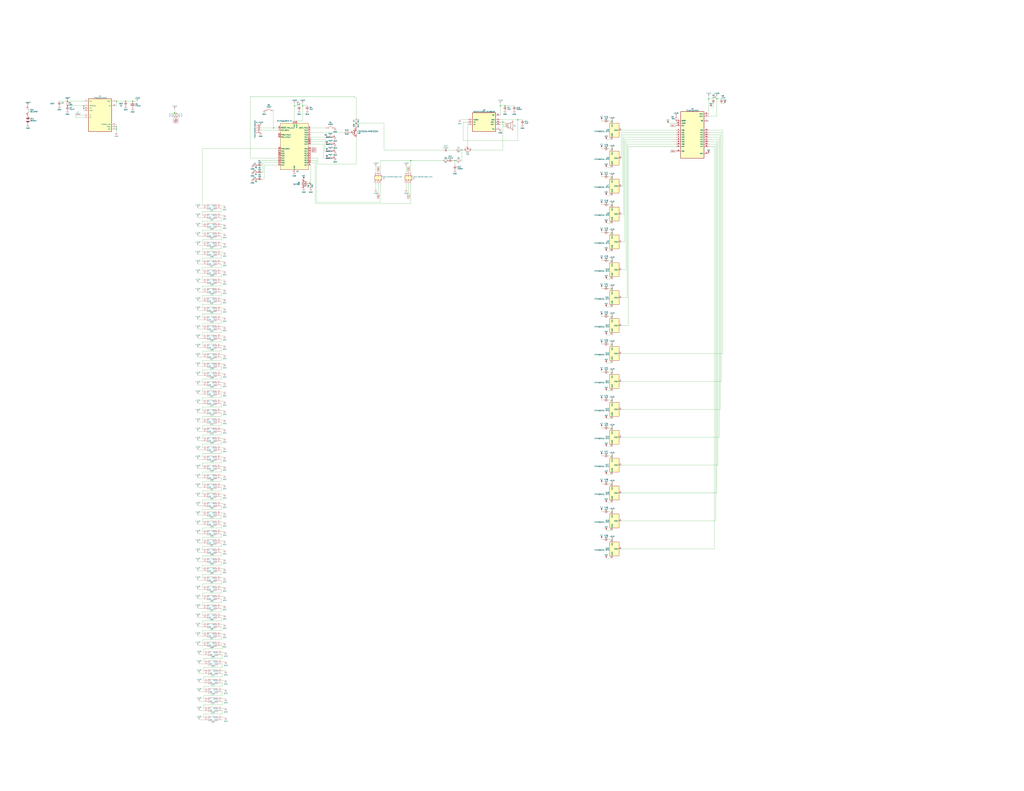
<source format=kicad_sch>
(kicad_sch (version 20230121) (generator eeschema)
  (paper "E")
  (junction (at 127 140.97))
  (junction (at 668.02 345.44))
  (junction (at 144.78 110.49))
  (junction (at 73.66 110.49))
  (junction (at 388.62 134.62))
  (junction (at 668.02 528.32))
  (junction (at 546.1 115.57))
  (junction (at 668.02 558.8))
  (junction (at 496.57 175.26))
  (junction (at 668.02 497.84))
  (junction (at 91.44 118.11))
  (junction (at 668.02 132.08))
  (junction (at 668.02 406.4))
  (junction (at 668.02 467.36))
  (junction (at 548.64 133.35))
  (junction (at 298.45 139.7))
  (junction (at 565.15 130.81))
  (junction (at 668.02 284.48))
  (junction (at 448.31 175.26))
  (junction (at 668.02 193.04))
  (junction (at 91.44 115.57))
  (junction (at 73.66 115.57))
  (junction (at 668.02 162.56))
  (junction (at 504.19 163.83))
  (junction (at 190.5 123.19))
  (junction (at 127 110.49))
  (junction (at 551.18 115.57))
  (junction (at 668.02 223.52))
  (junction (at 668.02 589.28))
  (junction (at 330.2 115.57))
  (junction (at 137.16 110.49))
  (junction (at 782.32 107.95))
  (junction (at 668.02 254))
  (junction (at 773.43 107.95))
  (junction (at 321.31 115.57))
  (junction (at 668.02 436.88))
  (junction (at 668.02 375.92))
  (junction (at 668.02 314.96))
  (junction (at 339.09 200.66))
  (junction (at 127 138.43))
  (wire (pts (xy 241.3 265.43) (xy 245.11 265.43)))
  (wire (pts (xy 241.3 603.25) (xy 241.3 607.06)))
  (wire (pts (xy 298.45 139.7) (xy 303.53 139.7)))
  (wire (pts (xy 678.18 294.64) (xy 683.26 294.64)))
  (wire (pts (xy 664.21 162.56) (xy 668.02 162.56)))
  (wire (pts (xy 73.66 115.57) (xy 91.44 115.57)))
  (wire (pts (xy 241.3 671.83) (xy 245.11 671.83)))
  (wire (pts (xy 661.67 182.88) (xy 668.02 182.88)))
  (wire (pts (xy 215.9 237.49) (xy 220.98 237.49)))
  (wire (pts (xy 190.5 123.19) (xy 193.04 123.19)))
  (wire (pts (xy 656.59 191.77) (xy 656.59 193.04)))
  (wire (pts (xy 241.3 474.98) (xy 241.3 471.17)))
  (wire (pts (xy 220.98 590.55) (xy 220.98 586.74)))
  (wire (pts (xy 415.29 175.26) (xy 448.31 175.26)))
  (wire (pts (xy 419.1 163.83) (xy 483.87 163.83)))
  (wire (pts (xy 220.98 356.87) (xy 220.98 353.06)))
  (wire (pts (xy 220.98 454.66) (xy 241.3 454.66)))
  (wire (pts (xy 656.59 374.65) (xy 656.59 375.92)))
  (wire (pts (xy 354.33 154.94) (xy 354.33 165.1)))
  (wire (pts (xy 241.3 336.55) (xy 245.11 336.55)))
  (wire (pts (xy 220.98 444.5) (xy 241.3 444.5)))
  (wire (pts (xy 242.57 712.47) (xy 246.38 712.47)))
  (wire (pts (xy 783.59 152.4) (xy 773.43 152.4)))
  (wire (pts (xy 241.3 387.35) (xy 245.11 387.35)))
  (wire (pts (xy 241.3 529.59) (xy 245.11 529.59)))
  (wire (pts (xy 220.98 678.18) (xy 241.3 678.18)))
  (wire (pts (xy 242.57 753.11) (xy 246.38 753.11)))
  (wire (pts (xy 681.99 152.4) (xy 737.87 152.4)))
  (wire (pts (xy 241.3 224.79) (xy 245.11 224.79)))
  (wire (pts (xy 656.59 557.53) (xy 656.59 558.8)))
  (wire (pts (xy 501.65 130.81) (xy 510.54 130.81)))
  (wire (pts (xy 303.53 162.56) (xy 220.98 162.56)))
  (wire (pts (xy 217.17 765.81) (xy 222.25 765.81)))
  (wire (pts (xy 656.59 588.01) (xy 656.59 589.28)))
  (wire (pts (xy 220.98 474.98) (xy 241.3 474.98)))
  (wire (pts (xy 496.57 175.26) (xy 497.84 175.26)))
  (wire (pts (xy 241.3 251.46) (xy 241.3 247.65)))
  (wire (pts (xy 220.98 519.43) (xy 220.98 515.62)))
  (wire (pts (xy 782.32 107.95) (xy 782.32 127)))
  (wire (pts (xy 782.32 538.48) (xy 678.18 538.48)))
  (wire (pts (xy 241.3 637.54) (xy 241.3 633.73)))
  (wire (pts (xy 241.3 461.01) (xy 241.3 464.82)))
  (wire (pts (xy 215.9 704.85) (xy 220.98 704.85)))
  (wire (pts (xy 241.3 295.91) (xy 245.11 295.91)))
  (wire (pts (xy 220.98 271.78) (xy 241.3 271.78)))
  (wire (pts (xy 220.98 292.1) (xy 241.3 292.1)))
  (wire (pts (xy 220.98 346.71) (xy 220.98 342.9)))
  (wire (pts (xy 737.87 160.02) (xy 685.8 160.02)))
  (wire (pts (xy 565.15 130.81) (xy 565.15 153.67)))
  (wire (pts (xy 353.06 172.72) (xy 353.06 157.48)))
  (wire (pts (xy 215.9 501.65) (xy 220.98 501.65)))
  (wire (pts (xy 82.55 125.73) (xy 82.55 128.27)))
  (wire (pts (xy 502.92 163.83) (xy 504.19 163.83)))
  (wire (pts (xy 220.98 414.02) (xy 241.3 414.02)))
  (wire (pts (xy 242.57 773.43) (xy 246.38 773.43)))
  (wire (pts (xy 190.5 119.38) (xy 190.5 123.19)))
  (wire (pts (xy 241.3 664.21) (xy 241.3 668.02)))
  (wire (pts (xy 779.78 160.02) (xy 779.78 599.44)))
  (wire (pts (xy 220.98 478.79) (xy 220.98 474.98)))
  (wire (pts (xy 220.98 596.9) (xy 241.3 596.9)))
  (wire (pts (xy 222.25 773.43) (xy 222.25 769.62)))
  (wire (pts (xy 287.02 187.96) (xy 287.02 177.8)))
  (wire (pts (xy 220.98 637.54) (xy 241.3 637.54)))
  (wire (pts (xy 241.3 661.67) (xy 245.11 661.67)))
  (wire (pts (xy 241.3 339.09) (xy 241.3 342.9)))
  (wire (pts (xy 288.29 195.58) (xy 288.29 180.34)))
  (wire (pts (xy 664.21 375.92) (xy 668.02 375.92)))
  (wire (pts (xy 773.43 127) (xy 782.32 127)))
  (wire (pts (xy 241.3 312.42) (xy 241.3 308.61)))
  (wire (pts (xy 220.98 509.27) (xy 220.98 505.46)))
  (wire (pts (xy 215.9 582.93) (xy 220.98 582.93)))
  (wire (pts (xy 222.25 769.62) (xy 242.57 769.62)))
  (wire (pts (xy 787.4 416.56) (xy 678.18 416.56)))
  (wire (pts (xy 788.67 142.24) (xy 773.43 142.24)))
  (wire (pts (xy 220.98 529.59) (xy 220.98 525.78)))
  (wire (pts (xy 773.43 154.94) (xy 782.32 154.94)))
  (wire (pts (xy 217.17 725.17) (xy 222.25 725.17)))
  (wire (pts (xy 241.3 657.86) (xy 241.3 654.05)))
  (wire (pts (xy 241.3 440.69) (xy 241.3 444.5)))
  (wire (pts (xy 773.43 105.41) (xy 773.43 107.95)))
  (wire (pts (xy 656.59 252.73) (xy 656.59 254)))
  (wire (pts (xy 678.18 568.96) (xy 781.05 568.96)))
  (wire (pts (xy 664.21 223.52) (xy 668.02 223.52)))
  (wire (pts (xy 220.98 367.03) (xy 220.98 363.22)))
  (wire (pts (xy 241.3 458.47) (xy 245.11 458.47)))
  (wire (pts (xy 285.75 175.26) (xy 303.53 175.26)))
  (wire (pts (xy 220.98 427.99) (xy 220.98 424.18)))
  (wire (pts (xy 273.05 172.72) (xy 273.05 105.41)))
  (wire (pts (xy 288.29 180.34) (xy 303.53 180.34)))
  (wire (pts (xy 220.98 322.58) (xy 241.3 322.58)))
  (wire (pts (xy 685.8 160.02) (xy 685.8 355.6)))
  (wire (pts (xy 775.97 116.84) (xy 778.51 116.84)))
  (wire (pts (xy 387.35 106.68) (xy 388.62 106.68)))
  (wire (pts (xy 215.9 267.97) (xy 220.98 267.97)))
  (wire (pts (xy 241.3 438.15) (xy 245.11 438.15)))
  (wire (pts (xy 241.3 519.43) (xy 245.11 519.43)))
  (wire (pts (xy 488.95 163.83) (xy 497.84 163.83)))
  (wire (pts (xy 220.98 342.9) (xy 241.3 342.9)))
  (wire (pts (xy 241.3 562.61) (xy 241.3 566.42)))
  (wire (pts (xy 656.59 435.61) (xy 656.59 436.88)))
  (wire (pts (xy 241.3 692.15) (xy 245.11 692.15)))
  (wire (pts (xy 215.9 379.73) (xy 220.98 379.73)))
  (wire (pts (xy 241.3 596.9) (xy 241.3 593.09)))
  (wire (pts (xy 220.98 387.35) (xy 220.98 383.54)))
  (wire (pts (xy 656.59 314.96) (xy 659.13 314.96)))
  (wire (pts (xy 64.77 110.49) (xy 73.66 110.49)))
  (wire (pts (xy 220.98 627.38) (xy 241.3 627.38)))
  (wire (pts (xy 220.98 448.31) (xy 220.98 444.5)))
  (wire (pts (xy 215.9 288.29) (xy 220.98 288.29)))
  (wire (pts (xy 220.98 265.43) (xy 220.98 261.62)))
  (wire (pts (xy 678.18 203.2) (xy 679.45 203.2)))
  (wire (pts (xy 656.59 223.52) (xy 659.13 223.52)))
  (wire (pts (xy 241.3 255.27) (xy 245.11 255.27)))
  (wire (pts (xy 220.98 566.42) (xy 241.3 566.42)))
  (wire (pts (xy 241.3 373.38) (xy 241.3 369.57)))
  (wire (pts (xy 285.75 187.96) (xy 287.02 187.96)))
  (wire (pts (xy 412.75 200.66) (xy 412.75 210.82)))
  (wire (pts (xy 220.98 698.5) (xy 241.3 698.5)))
  (wire (pts (xy 548.64 163.83) (xy 514.35 163.83)))
  (wire (pts (xy 217.17 755.65) (xy 222.25 755.65)))
  (wire (pts (xy 242.57 739.14) (xy 242.57 735.33)))
  (wire (pts (xy 241.3 580.39) (xy 245.11 580.39)))
  (wire (pts (xy 321.31 115.57) (xy 326.39 115.57)))
  (wire (pts (xy 546.1 135.89) (xy 549.91 135.89)))
  (wire (pts (xy 656.59 496.57) (xy 656.59 497.84)))
  (wire (pts (xy 241.3 539.75) (xy 245.11 539.75)))
  (wire (pts (xy 241.3 704.85) (xy 242.57 704.85)))
  (wire (pts (xy 241.3 278.13) (xy 241.3 281.94)))
  (wire (pts (xy 241.3 570.23) (xy 245.11 570.23)))
  (wire (pts (xy 215.9 542.29) (xy 220.98 542.29)))
  (wire (pts (xy 241.3 298.45) (xy 241.3 302.26)))
  (wire (pts (xy 220.98 488.95) (xy 220.98 485.14)))
  (wire (pts (xy 220.98 468.63) (xy 220.98 464.82)))
  (wire (pts (xy 664.21 528.32) (xy 668.02 528.32)))
  (wire (pts (xy 323.85 132.08) (xy 330.2 132.08)))
  (wire (pts (xy 220.98 610.87) (xy 220.98 607.06)))
  (wire (pts (xy 273.05 105.41) (xy 387.35 105.41)))
  (wire (pts (xy 215.9 369.57) (xy 220.98 369.57)))
  (wire (pts (xy 215.9 389.89) (xy 220.98 389.89)))
  (wire (pts (xy 220.98 607.06) (xy 241.3 607.06)))
  (wire (pts (xy 241.3 245.11) (xy 245.11 245.11)))
  (wire (pts (xy 782.32 154.94) (xy 782.32 538.48)))
  (wire (pts (xy 664.21 497.84) (xy 668.02 497.84)))
  (wire (pts (xy 664.21 193.04) (xy 668.02 193.04)))
  (wire (pts (xy 656.59 558.8) (xy 659.13 558.8)))
  (wire (pts (xy 661.67 579.12) (xy 668.02 579.12)))
  (wire (pts (xy 781.05 568.96) (xy 781.05 157.48)))
  (wire (pts (xy 215.9 400.05) (xy 220.98 400.05)))
  (wire (pts (xy 241.3 407.67) (xy 245.11 407.67)))
  (wire (pts (xy 504.19 163.83) (xy 506.73 163.83)))
  (wire (pts (xy 656.59 283.21) (xy 656.59 284.48)))
  (wire (pts (xy 773.43 107.95) (xy 778.51 107.95)))
  (wire (pts (xy 546.1 115.57) (xy 551.18 115.57)))
  (wire (pts (xy 505.46 153.67) (xy 505.46 133.35)))
  (wire (pts (xy 664.21 436.88) (xy 668.02 436.88)))
  (wire (pts (xy 661.67 487.68) (xy 668.02 487.68)))
  (wire (pts (xy 215.9 491.49) (xy 220.98 491.49)))
  (wire (pts (xy 220.98 255.27) (xy 220.98 251.46)))
  (wire (pts (xy 664.21 558.8) (xy 668.02 558.8)))
  (wire (pts (xy 443.23 181.61) (xy 443.23 187.96)))
  (wire (pts (xy 241.3 678.18) (xy 241.3 674.37)))
  (wire (pts (xy 241.3 549.91) (xy 245.11 549.91)))
  (wire (pts (xy 220.98 434.34) (xy 241.3 434.34)))
  (wire (pts (xy 215.9 481.33) (xy 220.98 481.33)))
  (wire (pts (xy 330.2 115.57) (xy 330.2 132.08)))
  (wire (pts (xy 215.9 684.53) (xy 220.98 684.53)))
  (wire (pts (xy 346.71 179.07) (xy 388.62 179.07)))
  (wire (pts (xy 220.98 641.35) (xy 220.98 637.54)))
  (wire (pts (xy 91.44 118.11) (xy 91.44 120.65)))
  (wire (pts (xy 781.05 157.48) (xy 773.43 157.48)))
  (wire (pts (xy 779.78 599.44) (xy 678.18 599.44)))
  (wire (pts (xy 353.06 157.48) (xy 339.09 157.48)))
  (wire (pts (xy 241.3 393.7) (xy 241.3 389.89)))
  (wire (pts (xy 215.9 511.81) (xy 220.98 511.81)))
  (wire (pts (xy 549.91 138.43) (xy 551.18 138.43)))
  (wire (pts (xy 339.09 144.78) (xy 375.92 144.78)))
  (wire (pts (xy 551.18 133.35) (xy 551.18 135.89)))
  (wire (pts (xy 82.55 128.27) (xy 91.44 128.27)))
  (wire (pts (xy 242.57 704.85) (xy 242.57 708.66)))
  (wire (pts (xy 656.59 345.44) (xy 659.13 345.44)))
  (wire (pts (xy 287.02 177.8) (xy 303.53 177.8)))
  (wire (pts (xy 220.98 275.59) (xy 220.98 271.78)))
  (wire (pts (xy 415.29 220.98) (xy 345.44 220.98)))
  (wire (pts (xy 241.3 417.83) (xy 245.11 417.83)))
  (wire (pts (xy 220.98 580.39) (xy 220.98 576.58)))
  (wire (pts (xy 448.31 187.96) (xy 448.31 175.26)))
  (wire (pts (xy 685.8 355.6) (xy 678.18 355.6)))
  (wire (pts (xy 220.98 631.19) (xy 220.98 627.38)))
  (wire (pts (xy 220.98 245.11) (xy 220.98 241.3)))
  (wire (pts (xy 678.18 172.72) (xy 678.18 144.78)))
  (wire (pts (xy 784.86 149.86) (xy 784.86 477.52)))
  (wire (pts (xy 285.75 195.58) (xy 288.29 195.58)))
  (wire (pts (xy 220.98 162.56) (xy 220.98 224.79)))
  (wire (pts (xy 220.98 617.22) (xy 241.3 617.22)))
  (wire (pts (xy 656.59 313.69) (xy 656.59 314.96)))
  (wire (pts (xy 787.4 113.03) (xy 791.21 113.03)))
  (wire (pts (xy 241.3 234.95) (xy 245.11 234.95)))
  (wire (pts (xy 321.31 115.57) (xy 321.31 132.08)))
  (wire (pts (xy 222.25 728.98) (xy 242.57 728.98)))
  (wire (pts (xy 215.9 643.89) (xy 220.98 643.89)))
  (wire (pts (xy 215.9 521.97) (xy 220.98 521.97)))
  (wire (pts (xy 339.09 139.7) (xy 355.6 139.7)))
  (wire (pts (xy 215.9 420.37) (xy 220.98 420.37)))
  (wire (pts (xy 548.64 133.35) (xy 548.64 163.83)))
  (wire (pts (xy 220.98 692.15) (xy 220.98 688.34)))
  (wire (pts (xy 661.67 457.2) (xy 668.02 457.2)))
  (wire (pts (xy 782.32 105.41) (xy 782.32 107.95)))
  (wire (pts (xy 344.17 222.25) (xy 448.31 222.25)))
  (wire (pts (xy 284.48 142.24) (xy 303.53 142.24)))
  (wire (pts (xy 241.3 318.77) (xy 241.3 322.58)))
  (wire (pts (xy 241.3 377.19) (xy 245.11 377.19)))
  (wire (pts (xy 241.3 292.1) (xy 241.3 288.29)))
  (wire (pts (xy 355.6 157.48) (xy 355.6 152.4)))
  (wire (pts (xy 388.62 134.62) (xy 419.1 134.62)))
  (wire (pts (xy 220.98 539.75) (xy 220.98 535.94)))
  (wire (pts (xy 220.98 570.23) (xy 220.98 566.42)))
  (wire (pts (xy 220.98 495.3) (xy 241.3 495.3)))
  (wire (pts (xy 220.98 621.03) (xy 220.98 617.22)))
  (wire (pts (xy 387.35 105.41) (xy 387.35 106.68)))
  (wire (pts (xy 680.72 149.86) (xy 737.87 149.86)))
  (wire (pts (xy 656.59 527.05) (xy 656.59 528.32)))
  (wire (pts (xy 220.98 302.26) (xy 241.3 302.26)))
  (wire (pts (xy 388.62 179.07) (xy 388.62 149.86)))
  (wire (pts (xy 91.44 115.57) (xy 91.44 118.11)))
  (wire (pts (xy 220.98 332.74) (xy 241.3 332.74)))
  (wire (pts (xy 222.25 722.63) (xy 222.25 718.82)))
  (wire (pts (xy 661.67 243.84) (xy 668.02 243.84)))
  (wire (pts (xy 504.19 163.83) (xy 504.19 175.26)))
  (wire (pts (xy 443.23 200.66) (xy 443.23 207.01)))
  (wire (pts (xy 355.6 172.72) (xy 353.06 172.72)))
  (wire (pts (xy 680.72 233.68) (xy 680.72 149.86)))
  (wire (pts (xy 241.3 495.3) (xy 241.3 491.49)))
  (wire (pts (xy 215.9 278.13) (xy 220.98 278.13)))
  (wire (pts (xy 220.98 505.46) (xy 241.3 505.46)))
  (wire (pts (xy 241.3 397.51) (xy 245.11 397.51)))
  (wire (pts (xy 220.98 556.26) (xy 241.3 556.26)))
  (wire (pts (xy 339.09 154.94) (xy 354.33 154.94)))
  (wire (pts (xy 222.25 783.59) (xy 222.25 779.78)))
  (wire (pts (xy 215.9 623.57) (xy 220.98 623.57)))
  (wire (pts (xy 339.09 180.34) (xy 339.09 200.66)))
  (wire (pts (xy 215.9 349.25) (xy 220.98 349.25)))
  (wire (pts (xy 220.98 424.18) (xy 241.3 424.18)))
  (wire (pts (xy 549.91 135.89) (xy 549.91 138.43)))
  (wire (pts (xy 241.3 501.65) (xy 241.3 505.46)))
  (wire (pts (xy 241.3 681.99) (xy 245.11 681.99)))
  (wire (pts (xy 664.21 314.96) (xy 668.02 314.96)))
  (wire (pts (xy 220.98 458.47) (xy 220.98 454.66)))
  (wire (pts (xy 220.98 234.95) (xy 220.98 231.14)))
  (wire (pts (xy 217.17 735.33) (xy 222.25 735.33)))
  (wire (pts (xy 215.9 664.21) (xy 220.98 664.21)))
  (wire (pts (xy 784.86 477.52) (xy 678.18 477.52)))
  (wire (pts (xy 661.67 304.8) (xy 668.02 304.8)))
  (wire (pts (xy 222.25 759.46) (xy 242.57 759.46)))
  (wire (pts (xy 220.98 688.34) (xy 241.3 688.34)))
  (wire (pts (xy 330.2 115.57) (xy 335.28 115.57)))
  (wire (pts (xy 220.98 231.14) (xy 241.3 231.14)))
  (wire (pts (xy 127 138.43) (xy 127 140.97)))
  (wire (pts (xy 664.21 345.44) (xy 668.02 345.44)))
  (wire (pts (xy 656.59 375.92) (xy 659.13 375.92)))
  (wire (pts (xy 241.3 623.57) (xy 241.3 627.38)))
  (wire (pts (xy 664.21 467.36) (xy 668.02 467.36)))
  (wire (pts (xy 773.43 149.86) (xy 784.86 149.86)))
  (wire (pts (xy 345.44 175.26) (xy 345.44 220.98)))
  (wire (pts (xy 220.98 281.94) (xy 241.3 281.94)))
  (wire (pts (xy 220.98 681.99) (xy 220.98 678.18)))
  (wire (pts (xy 220.98 383.54) (xy 241.3 383.54)))
  (wire (pts (xy 783.59 508) (xy 783.59 152.4)))
  (wire (pts (xy 355.6 152.4) (xy 339.09 152.4)))
  (wire (pts (xy 773.43 107.95) (xy 773.43 124.46)))
  (wire (pts (xy 222.25 742.95) (xy 222.25 739.14)))
  (wire (pts (xy 222.25 712.47) (xy 222.25 708.66)))
  (wire (pts (xy 778.51 116.84) (xy 778.51 113.03)))
  (wire (pts (xy 241.3 356.87) (xy 245.11 356.87)))
  (wire (pts (xy 494.03 175.26) (xy 496.57 175.26)))
  (wire (pts (xy 242.57 779.78) (xy 242.57 775.97)))
  (wire (pts (xy 217.17 745.49) (xy 222.25 745.49)))
  (wire (pts (xy 241.3 515.62) (xy 241.3 511.81)))
  (wire (pts (xy 220.98 241.3) (xy 241.3 241.3)))
  (wire (pts (xy 220.98 661.67) (xy 220.98 657.86)))
  (wire (pts (xy 215.9 318.77) (xy 220.98 318.77)))
  (wire (pts (xy 222.25 708.66) (xy 242.57 708.66)))
  (wire (pts (xy 220.98 438.15) (xy 220.98 434.34)))
  (wire (pts (xy 241.3 448.31) (xy 245.11 448.31)))
  (wire (pts (xy 661.67 396.24) (xy 668.02 396.24)))
  (wire (pts (xy 220.98 312.42) (xy 241.3 312.42)))
  (wire (pts (xy 215.9 603.25) (xy 220.98 603.25)))
  (wire (pts (xy 73.66 110.49) (xy 91.44 110.49)))
  (wire (pts (xy 215.9 572.77) (xy 220.98 572.77)))
  (wire (pts (xy 241.3 631.19) (xy 245.11 631.19)))
  (wire (pts (xy 415.29 220.98) (xy 415.29 200.66)))
  (wire (pts (xy 220.98 326.39) (xy 220.98 322.58)))
  (wire (pts (xy 678.18 142.24) (xy 737.87 142.24)))
  (wire (pts (xy 241.3 257.81) (xy 241.3 261.62)))
  (wire (pts (xy 678.18 233.68) (xy 680.72 233.68)))
  (wire (pts (xy 215.9 593.09) (xy 220.98 593.09)))
  (wire (pts (xy 220.98 549.91) (xy 220.98 546.1)))
  (wire (pts (xy 661.67 274.32) (xy 668.02 274.32)))
  (wire (pts (xy 241.3 346.71) (xy 245.11 346.71)))
  (wire (pts (xy 505.46 133.35) (xy 510.54 133.35)))
  (wire (pts (xy 222.25 779.78) (xy 242.57 779.78)))
  (wire (pts (xy 241.3 367.03) (xy 245.11 367.03)))
  (wire (pts (xy 215.9 562.61) (xy 220.98 562.61)))
  (wire (pts (xy 241.3 621.03) (xy 245.11 621.03)))
  (wire (pts (xy 220.98 397.51) (xy 220.98 393.7)))
  (wire (pts (xy 661.67 213.36) (xy 668.02 213.36)))
  (wire (pts (xy 137.16 110.49) (xy 144.78 110.49)))
  (wire (pts (xy 241.3 582.93) (xy 241.3 586.74)))
  (wire (pts (xy 220.98 407.67) (xy 220.98 403.86)))
  (wire (pts (xy 220.98 546.1) (xy 241.3 546.1)))
  (wire (pts (xy 241.3 542.29) (xy 241.3 546.1)))
  (wire (pts (xy 215.9 440.69) (xy 220.98 440.69)))
  (wire (pts (xy 215.9 339.09) (xy 220.98 339.09)))
  (wire (pts (xy 448.31 175.26) (xy 483.87 175.26)))
  (wire (pts (xy 215.9 359.41) (xy 220.98 359.41)))
  (wire (pts (xy 241.3 488.95) (xy 245.11 488.95)))
  (wire (pts (xy 241.3 353.06) (xy 241.3 349.25)))
  (wire (pts (xy 127 110.49) (xy 137.16 110.49)))
  (wire (pts (xy 656.59 284.48) (xy 659.13 284.48)))
  (wire (pts (xy 215.9 461.01) (xy 220.98 461.01)))
  (wire (pts (xy 786.13 447.04) (xy 786.13 147.32)))
  (wire (pts (xy 548.64 133.35) (xy 551.18 133.35)))
  (wire (pts (xy 782.32 107.95) (xy 787.4 107.95)))
  (wire (pts (xy 410.21 200.66) (xy 410.21 207.01)))
  (wire (pts (xy 241.3 434.34) (xy 241.3 430.53)))
  (wire (pts (xy 220.98 560.07) (xy 220.98 556.26)))
  (wire (pts (xy 215.9 613.41) (xy 220.98 613.41)))
  (wire (pts (xy 773.43 160.02) (xy 779.78 160.02)))
  (wire (pts (xy 354.33 165.1) (xy 355.6 165.1)))
  (wire (pts (xy 241.3 237.49) (xy 241.3 241.3)))
  (wire (pts (xy 242.57 765.81) (xy 242.57 769.62)))
  (wire (pts (xy 220.98 651.51) (xy 220.98 647.7)))
  (wire (pts (xy 241.3 698.5) (xy 241.3 694.69)))
  (wire (pts (xy 241.3 684.53) (xy 241.3 688.34)))
  (wire (pts (xy 339.09 177.8) (xy 344.17 177.8)))
  (wire (pts (xy 220.98 363.22) (xy 241.3 363.22)))
  (wire (pts (xy 241.3 275.59) (xy 245.11 275.59)))
  (wire (pts (xy 87.63 125.73) (xy 91.44 125.73)))
  (wire (pts (xy 546.1 115.57) (xy 546.1 125.73)))
  (wire (pts (xy 656.59 406.4) (xy 659.13 406.4)))
  (wire (pts (xy 220.98 535.94) (xy 241.3 535.94)))
  (wire (pts (xy 678.18 386.08) (xy 788.67 386.08)))
  (wire (pts (xy 241.3 600.71) (xy 245.11 600.71)))
  (wire (pts (xy 220.98 285.75) (xy 220.98 281.94)))
  (wire (pts (xy 298.45 120.65) (xy 298.45 139.7)))
  (wire (pts (xy 664.21 254) (xy 668.02 254)))
  (wire (pts (xy 241.3 326.39) (xy 245.11 326.39)))
  (wire (pts (xy 220.98 485.14) (xy 241.3 485.14)))
  (wire (pts (xy 737.87 157.48) (xy 684.53 157.48)))
  (wire (pts (xy 679.45 203.2) (xy 679.45 147.32)))
  (wire (pts (xy 241.3 316.23) (xy 245.11 316.23)))
  (wire (pts (xy 656.59 161.29) (xy 656.59 162.56)))
  (wire (pts (xy 215.9 298.45) (xy 220.98 298.45)))
  (wire (pts (xy 241.3 414.02) (xy 241.3 410.21)))
  (wire (pts (xy 217.17 775.97) (xy 222.25 775.97)))
  (wire (pts (xy 222.25 753.11) (xy 222.25 749.3)))
  (wire (pts (xy 220.98 353.06) (xy 241.3 353.06)))
  (wire (pts (xy 551.18 115.57) (xy 561.34 115.57)))
  (wire (pts (xy 215.9 247.65) (xy 220.98 247.65)))
  (wire (pts (xy 241.3 420.37) (xy 241.3 424.18)))
  (wire (pts (xy 656.59 162.56) (xy 659.13 162.56)))
  (wire (pts (xy 220.98 499.11) (xy 220.98 495.3)))
  (wire (pts (xy 222.25 718.82) (xy 242.57 718.82)))
  (wire (pts (xy 661.67 365.76) (xy 668.02 365.76)))
  (wire (pts (xy 215.9 227.33) (xy 220.98 227.33)))
  (wire (pts (xy 273.05 172.72) (xy 303.53 172.72)))
  (wire (pts (xy 215.9 471.17) (xy 220.98 471.17)))
  (wire (pts (xy 220.98 647.7) (xy 241.3 647.7)))
  (wire (pts (xy 241.3 535.94) (xy 241.3 532.13)))
  (wire (pts (xy 445.77 200.66) (xy 445.77 210.82)))
  (wire (pts (xy 681.99 264.16) (xy 681.99 152.4)))
  (wire (pts (xy 127 135.89) (xy 127 138.43)))
  (wire (pts (xy 215.9 633.73) (xy 220.98 633.73)))
  (wire (pts (xy 656.59 466.09) (xy 656.59 467.36)))
  (wire (pts (xy 220.98 403.86) (xy 241.3 403.86)))
  (wire (pts (xy 241.3 617.22) (xy 241.3 613.41)))
  (wire (pts (xy 546.1 130.81) (xy 565.15 130.81)))
  (wire (pts (xy 656.59 405.13) (xy 656.59 406.4)))
  (wire (pts (xy 242.57 732.79) (xy 246.38 732.79)))
  (wire (pts (xy 220.98 576.58) (xy 241.3 576.58)))
  (wire (pts (xy 656.59 222.25) (xy 656.59 223.52)))
  (wire (pts (xy 222.25 749.3) (xy 242.57 749.3)))
  (wire (pts (xy 678.18 144.78) (xy 737.87 144.78)))
  (wire (pts (xy 678.18 264.16) (xy 681.99 264.16)))
  (wire (pts (xy 242.57 759.46) (xy 242.57 755.65)))
  (wire (pts (xy 215.9 694.69) (xy 220.98 694.69)))
  (wire (pts (xy 661.67 426.72) (xy 668.02 426.72)))
  (wire (pts (xy 220.98 702.31) (xy 220.98 698.5)))
  (wire (pts (xy 388.62 106.68) (xy 388.62 129.54)))
  (wire (pts (xy 415.29 187.96) (xy 415.29 175.26)))
  (wire (pts (xy 242.57 718.82) (xy 242.57 715.01)))
  (wire (pts (xy 241.3 478.79) (xy 245.11 478.79)))
  (wire (pts (xy 656.59 497.84) (xy 659.13 497.84)))
  (wire (pts (xy 656.59 528.32) (xy 659.13 528.32)))
  (wire (pts (xy 656.59 254) (xy 659.13 254)))
  (wire (pts (xy 220.98 261.62) (xy 241.3 261.62)))
  (wire (pts (xy 220.98 306.07) (xy 220.98 302.26)))
  (wire (pts (xy 220.98 515.62) (xy 241.3 515.62)))
  (wire (pts (xy 786.13 147.32) (xy 773.43 147.32)))
  (wire (pts (xy 241.3 285.75) (xy 245.11 285.75)))
  (wire (pts (xy 215.9 257.81) (xy 220.98 257.81)))
  (wire (pts (xy 656.59 436.88) (xy 659.13 436.88)))
  (wire (pts (xy 241.3 643.89) (xy 241.3 647.7)))
  (wire (pts (xy 220.98 393.7) (xy 241.3 393.7)))
  (wire (pts (xy 241.3 271.78) (xy 241.3 267.97)))
  (wire (pts (xy 339.09 172.72) (xy 346.71 172.72)))
  (wire (pts (xy 502.92 175.26) (xy 504.19 175.26)))
  (wire (pts (xy 241.3 576.58) (xy 241.3 572.77)))
  (wire (pts (xy 220.98 295.91) (xy 220.98 292.1)))
  (wire (pts (xy 664.21 589.28) (xy 668.02 589.28)))
  (wire (pts (xy 220.98 600.71) (xy 220.98 596.9)))
  (wire (pts (xy 661.67 518.16) (xy 668.02 518.16)))
  (wire (pts (xy 222.25 739.14) (xy 242.57 739.14)))
  (wire (pts (xy 220.98 373.38) (xy 241.3 373.38)))
  (wire (pts (xy 496.57 175.26) (xy 496.57 180.34)))
  (wire (pts (xy 656.59 467.36) (xy 659.13 467.36)))
  (wire (pts (xy 241.3 481.33) (xy 241.3 485.14)))
  (wire (pts (xy 241.3 379.73) (xy 241.3 383.54)))
  (wire (pts (xy 661.67 152.4) (xy 668.02 152.4)))
  (wire (pts (xy 330.2 113.03) (xy 330.2 115.57)))
  (wire (pts (xy 241.3 521.97) (xy 241.3 525.78)))
  (wire (pts (xy 339.09 149.86) (xy 355.6 149.86)))
  (wire (pts (xy 242.57 722.63) (xy 246.38 722.63)))
  (wire (pts (xy 661.67 609.6) (xy 668.02 609.6)))
  (wire (pts (xy 215.9 674.37) (xy 220.98 674.37)))
  (wire (pts (xy 241.3 499.11) (xy 245.11 499.11)))
  (wire (pts (xy 684.53 325.12) (xy 678.18 325.12)))
  (wire (pts (xy 565.15 130.81) (xy 570.23 130.81)))
  (wire (pts (xy 683.26 294.64) (xy 683.26 154.94)))
  (wire (pts (xy 284.48 139.7) (xy 298.45 139.7)))
  (wire (pts (xy 546.1 113.03) (xy 546.1 115.57)))
  (wire (pts (xy 242.57 742.95) (xy 246.38 742.95)))
  (wire (pts (xy 241.3 641.35) (xy 245.11 641.35)))
  (wire (pts (xy 220.98 251.46) (xy 241.3 251.46)))
  (wire (pts (xy 678.18 508) (xy 783.59 508)))
  (wire (pts (xy 242.57 783.59) (xy 246.38 783.59)))
  (wire (pts (xy 217.17 786.13) (xy 222.25 786.13)))
  (wire (pts (xy 241.3 590.55) (xy 245.11 590.55)))
  (wire (pts (xy 242.57 725.17) (xy 242.57 728.98)))
  (wire (pts (xy 661.67 548.64) (xy 668.02 548.64)))
  (wire (pts (xy 773.43 144.78) (xy 787.4 144.78)))
  (wire (pts (xy 656.59 344.17) (xy 656.59 345.44)))
  (wire (pts (xy 241.3 468.63) (xy 245.11 468.63)))
  (wire (pts (xy 220.98 336.55) (xy 220.98 332.74)))
  (wire (pts (xy 220.98 668.02) (xy 241.3 668.02)))
  (wire (pts (xy 215.9 552.45) (xy 220.98 552.45)))
  (wire (pts (xy 678.18 447.04) (xy 786.13 447.04)))
  (wire (pts (xy 220.98 316.23) (xy 220.98 312.42)))
  (wire (pts (xy 241.3 560.07) (xy 245.11 560.07)))
  (wire (pts (xy 679.45 147.32) (xy 737.87 147.32)))
  (wire (pts (xy 787.4 144.78) (xy 787.4 416.56)))
  (wire (pts (xy 217.17 715.01) (xy 222.25 715.01)))
  (wire (pts (xy 220.98 417.83) (xy 220.98 414.02)))
  (wire (pts (xy 419.1 134.62) (xy 419.1 163.83)))
  (wire (pts (xy 220.98 657.86) (xy 241.3 657.86)))
  (wire (pts (xy 222.25 763.27) (xy 222.25 759.46)))
  (wire (pts (xy 241.3 556.26) (xy 241.3 552.45)))
  (wire (pts (xy 728.98 134.62) (xy 737.87 134.62)))
  (wire (pts (xy 664.21 284.48) (xy 668.02 284.48)))
  (wire (pts (xy 215.9 410.21) (xy 220.98 410.21)))
  (wire (pts (xy 215.9 450.85) (xy 220.98 450.85)))
  (wire (pts (xy 285.75 180.34) (xy 285.75 175.26)))
  (wire (pts (xy 661.67 335.28) (xy 668.02 335.28)))
  (wire (pts (xy 448.31 200.66) (xy 448.31 222.25)))
  (wire (pts (xy 127 140.97) (xy 127 144.78)))
  (wire (pts (xy 565.15 153.67) (xy 505.46 153.67)))
  (wire (pts (xy 664.21 132.08) (xy 668.02 132.08)))
  (wire (pts (xy 241.3 610.87) (xy 245.11 610.87)))
  (wire (pts (xy 220.98 525.78) (xy 241.3 525.78)))
  (wire (pts (xy 241.3 509.27) (xy 245.11 509.27)))
  (wire (pts (xy 410.21 181.61) (xy 410.21 187.96)))
  (wire (pts (xy 546.1 133.35) (xy 548.64 133.35)))
  (wire (pts (xy 241.3 454.66) (xy 241.3 450.85)))
  (wire (pts (xy 220.98 377.19) (xy 220.98 373.38)))
  (wire (pts (xy 321.31 113.03) (xy 321.31 115.57)))
  (wire (pts (xy 788.67 386.08) (xy 788.67 142.24)))
  (wire (pts (xy 510.54 160.02) (xy 510.54 135.89)))
  (wire (pts (xy 241.3 306.07) (xy 245.11 306.07)))
  (wire (pts (xy 241.3 332.74) (xy 241.3 328.93)))
  (wire (pts (xy 220.98 586.74) (xy 241.3 586.74)))
  (wire (pts (xy 656.59 589.28) (xy 659.13 589.28)))
  (wire (pts (xy 664.21 406.4) (xy 668.02 406.4)))
  (wire (pts (xy 656.59 193.04) (xy 659.13 193.04)))
  (wire (pts (xy 215.9 328.93) (xy 220.98 328.93)))
  (wire (pts (xy 242.57 763.27) (xy 246.38 763.27)))
  (wire (pts (xy 346.71 172.72) (xy 346.71 179.07)))
  (wire (pts (xy 344.17 177.8) (xy 344.17 222.25)))
  (wire (pts (xy 215.9 308.61) (xy 220.98 308.61)))
  (wire (pts (xy 220.98 671.83) (xy 220.98 668.02)))
  (wire (pts (xy 220.98 464.82) (xy 241.3 464.82)))
  (wire (pts (xy 215.9 430.53) (xy 220.98 430.53)))
  (wire (pts (xy 242.57 745.49) (xy 242.57 749.3)))
  (wire (pts (xy 241.3 231.14) (xy 241.3 227.33)))
  (wire (pts (xy 656.59 130.81) (xy 656.59 132.08)))
  (wire (pts (xy 656.59 132.08) (xy 659.13 132.08)))
  (wire (pts (xy 339.09 175.26) (xy 345.44 175.26)))
  (wire (pts (xy 222.25 732.79) (xy 222.25 728.98)))
  (wire (pts (xy 144.78 110.49) (xy 149.86 110.49)))
  (wire (pts (xy 215.9 532.13) (xy 220.98 532.13)))
  (wire (pts (xy 683.26 154.94) (xy 737.87 154.94)))
  (wire (pts (xy 241.3 702.31) (xy 245.11 702.31)))
  (wire (pts (xy 241.3 651.51) (xy 245.11 651.51)))
  (wire (pts (xy 241.3 400.05) (xy 241.3 403.86)))
  (wire (pts (xy 241.3 359.41) (xy 241.3 363.22)))
  (wire (pts (xy 684.53 157.48) (xy 684.53 325.12)))
  (wire (pts (xy 241.3 427.99) (xy 245.11 427.99)))
  (wire (pts (xy 127 110.49) (xy 127 115.57)))
  (wire (pts (xy 215.9 654.05) (xy 220.98 654.05)))
  (global_label "SCL" (shape input) (at 445.77 210.82 270) (property "Intersheetrefs" "${INTERSHEET_REFS}" (effects hide)))
  (global_label "SCL" (shape input) (at 339.09 165.1 0) (property "Intersheetrefs" "${INTERSHEET_REFS}" (effects hide)))
  (global_label "SDA" (shape input) (at 412.75 187.96 90) (property "Intersheetrefs" "${INTERSHEET_REFS}" (effects hide)))
  (global_label "SCL" (shape input) (at 412.75 210.82 270) (property "Intersheetrefs" "${INTERSHEET_REFS}" (effects hide)))
  (global_label "SCL" (shape input) (at 190.5 128.27 270) (property "Intersheetrefs" "${INTERSHEET_REFS}" (effects hide)))
  (global_label "SDA" (shape input) (at 339.09 162.56 0) (property "Intersheetrefs" "${INTERSHEET_REFS}" (effects hide)))
  (global_label "SCL" (shape input) (at 737.87 137.16 180) (property "Intersheetrefs" "${INTERSHEET_REFS}" (effects hide)))
  (global_label "SDA" (shape input) (at 737.87 165.1 180) (property "Intersheetrefs" "${INTERSHEET_REFS}" (effects hide)))
  (global_label "SDA" (shape input) (at 445.77 187.96 90) (property "Intersheetrefs" "${INTERSHEET_REFS}" (effects hide)))
  (global_label "SDA" (shape input) (at 193.04 128.27 270) (property "Intersheetrefs" "${INTERSHEET_REFS}" (effects hide)))
  (symbol (lib_id "Device:R_Small") (at 388.62 132.08 180) (unit 1)
    (property "Reference" "R11" (at 391.16 132.08 90))
    (property "Value" "47" (at 386.08 132.08 90))
    (property "Footprint" "Resistor_SMD:R_0603_1608Metric" (effects hide))
  )
  (symbol (lib_id "power:+3.3V") (at 668.02 314.96 0) (unit 1)
    (property "Reference" "#PWR020" (effects hide))
    (property "Value" "+3.3V" (at 668.02 311.4581 0))
  )
  (symbol (lib_id "power:VEE") (at 661.67 274.32 0) (unit 1)
    (property "Reference" "#PWR017" (effects hide))
    (property "Value" "VEE" (at 661.67 270.8181 0))
  )
  (symbol (lib_id "Device:Battery") (at 30.48 130.81 0) (unit 1)
    (property "Reference" "BT1" (at 33.147 129.7853 0) (effects (justify left)))
    (property "Value" "Battery" (at 33.147 131.7063 0) (effects (justify left)))
    (property "Footprint" "Battery:BatteryHolder_MPD_BC2AAPC_2xAA" (effects hide))
  )
  (symbol (lib_id "power:+3.3V") (at 215.9 471.17 0) (unit 1)
    (property "Reference" "#PWR096" (effects hide))
    (property "Value" "+3.3V" (at 215.9 467.6681 0))
  )
  (symbol (lib_id "Sensor_Magnetic:A1301KLHLT-T") (at 670.56 172.72 0) (unit 1)
    (property "Reference" "U6" (at 664.7181 172.0763 0) (effects (justify right)))
    (property "Value" "KTH1601SL-ST3" (at 664.7181 173.9973 0) (effects (justify right)))
    (property "Footprint" "Package_TO_SOT_SMD:SOT-23-3" (effects hide))
    (property "Datasheet" "http://www.allegromicro.com/~/media/Files/Datasheets/A1301-2-Datasheet.ashx" (effects hide))
  )
  (symbol (lib_id "power:GND") (at 246.38 722.63 0) (unit 1)
    (property "Reference" "#PWR0145" (effects hide))
    (property "Value" "GND" (at 246.38 726.7655 0))
  )
  (symbol (lib_id "power:+3.3V") (at 215.9 613.41 0) (unit 1)
    (property "Reference" "#PWR0124" (effects hide))
    (property "Value" "+3.3V" (at 215.9 609.9081 0))
  )
  (symbol (lib_id "Device:R_Small") (at 737.87 129.54 0) (unit 1)
    (property "Reference" "R2" (at 732.79 127.619 0) (effects (justify left)))
    (property "Value" "10k" (at 732.79 129.54 0) (effects (justify left)))
    (property "Footprint" "Resistor_SMD:R_0603_1608Metric" (effects hide))
  )
  (symbol (lib_id "ws2812b-1010:ws2812b-1010") (at 231.14 347.98 180) (unit 1)
    (property "Reference" "U33" (at 231.14 351.4819 0))
    (property "Value" "~" (at 231.14 353.06 0))
    (property "Footprint" "ws2812b-1010:ws2812b-1010" (effects hide))
    (property "Datasheet" "https://datasheet.lcsc.com/lcsc/2301111010_XINGLIGHT-XL-1010RGBC-WS2812B_C5349953.pdf" (effects hide))
  )
  (symbol (lib_id "power:+3.3V") (at 217.17 725.17 0) (unit 1)
    (property "Reference" "#PWR0146" (effects hide))
    (property "Value" "+3.3V" (at 217.17 721.6681 0))
  )
  (symbol (lib_id "ws2812b-1010:ws2812b-1010") (at 231.14 337.82 180) (unit 1)
    (property "Reference" "U32" (at 231.14 341.3219 0))
    (property "Value" "~" (at 231.14 342.9 0))
    (property "Footprint" "ws2812b-1010:ws2812b-1010" (effects hide))
    (property "Datasheet" "https://datasheet.lcsc.com/lcsc/2301111010_XINGLIGHT-XL-1010RGBC-WS2812B_C5349953.pdf" (effects hide))
  )
  (symbol (lib_id "power:+3.3V") (at 217.17 745.49 0) (unit 1)
    (property "Reference" "#PWR0150" (effects hide))
    (property "Value" "+3.3V" (at 217.17 741.9881 0))
  )
  (symbol (lib_id "power:GND") (at 245.11 407.67 0) (unit 1)
    (property "Reference" "#PWR083" (effects hide))
    (property "Value" "GND" (at 245.11 411.8055 0))
  )
  (symbol (lib_id "Sensor_Magnetic:A1301KLHLT-T") (at 670.56 386.08 0) (unit 1)
    (property "Reference" "U13" (at 664.7181 385.4363 0) (effects (justify right)))
    (property "Value" "KTH1601SL-ST3" (at 664.7181 387.3573 0) (effects (justify right)))
    (property "Footprint" "Package_TO_SOT_SMD:SOT-23-3" (effects hide))
    (property "Datasheet" "http://www.allegromicro.com/~/media/Files/Datasheets/A1301-2-Datasheet.ashx" (effects hide))
  )
  (symbol (lib_id "power:+3.3V") (at 190.5 119.38 0) (unit 1)
    (property "Reference" "#PWR0189" (effects hide))
    (property "Value" "+3.3V" (at 190.5 115.8781 0))
  )
  (symbol (lib_id "power:GND") (at 245.11 295.91 0) (unit 1)
    (property "Reference" "#PWR061" (effects hide))
    (property "Value" "GND" (at 245.11 300.0455 0))
  )
  (symbol (lib_id "power:GND") (at 245.11 377.19 0) (unit 1)
    (property "Reference" "#PWR077" (effects hide))
    (property "Value" "GND" (at 245.11 381.3255 0))
  )
  (symbol (lib_id "Sensor_Magnetic:A1301KLHLT-T") (at 670.56 142.24 0) (unit 1)
    (property "Reference" "U5" (at 664.7181 141.5963 0) (effects (justify right)))
    (property "Value" "KTH1601SL-ST3" (at 664.7181 143.5173 0) (effects (justify right)))
    (property "Footprint" "Package_TO_SOT_SMD:SOT-23-3" (effects hide))
    (property "Datasheet" "http://www.allegromicro.com/~/media/Files/Datasheets/A1301-2-Datasheet.ashx" (effects hide))
  )
  (symbol (lib_id "power:+3.3V") (at 215.9 369.57 0) (unit 1)
    (property "Reference" "#PWR076" (effects hide))
    (property "Value" "+3.3V" (at 215.9 366.0681 0))
  )
  (symbol (lib_id "power:GND") (at 321.31 187.96 0) (unit 1)
    (property "Reference" "#PWR0166" (effects hide))
    (property "Value" "GND" (at 321.31 192.0955 0))
  )
  (symbol (lib_id "ws2812b-1010:ws2812b-1010") (at 232.41 713.74 180) (unit 1)
    (property "Reference" "U69" (at 232.41 717.2419 0))
    (property "Value" "~" (at 232.41 718.82 0))
    (property "Footprint" "ws2812b-1010:ws2812b-1010" (effects hide))
    (property "Datasheet" "https://datasheet.lcsc.com/lcsc/2301111010_XINGLIGHT-XL-1010RGBC-WS2812B_C5349953.pdf" (effects hide))
  )
  (symbol (lib_id "power:+3.3V") (at 668.02 162.56 0) (unit 1)
    (property "Reference" "#PWR010" (effects hide))
    (property "Value" "+3.3V" (at 668.02 159.0581 0))
  )
  (symbol (lib_id "ws2812b-1010:ws2812b-1010") (at 231.14 642.62 180) (unit 1)
    (property "Reference" "U62" (at 231.14 646.1219 0))
    (property "Value" "~" (at 231.14 647.7 0))
    (property "Footprint" "ws2812b-1010:ws2812b-1010" (effects hide))
    (property "Datasheet" "https://datasheet.lcsc.com/lcsc/2301111010_XINGLIGHT-XL-1010RGBC-WS2812B_C5349953.pdf" (effects hide))
  )
  (symbol (lib_id "power:+3.3V") (at 217.17 755.65 0) (unit 1)
    (property "Reference" "#PWR0152" (effects hide))
    (property "Value" "+3.3V" (at 217.17 752.1481 0))
  )
  (symbol (lib_id "power:+3.3V") (at 215.9 664.21 0) (unit 1)
    (property "Reference" "#PWR0134" (effects hide))
    (property "Value" "+3.3V" (at 215.9 660.7081 0))
  )
  (symbol (lib_id "power:+3.3V") (at 217.17 786.13 0) (unit 1)
    (property "Reference" "#PWR0158" (effects hide))
    (property "Value" "+3.3V" (at 217.17 782.6281 0))
  )
  (symbol (lib_id "power:GND") (at 245.11 641.35 0) (unit 1)
    (property "Reference" "#PWR0129" (effects hide))
    (property "Value" "GND" (at 245.11 645.4855 0))
  )
  (symbol (lib_id "power:GND") (at 570.23 135.89 0) (unit 1)
    (property "Reference" "#PWR0183" (effects hide))
    (property "Value" "GND" (at 570.23 140.0255 0))
  )
  (symbol (lib_id "Device:C_Small") (at 661.67 284.48 270) (unit 1)
    (property "Reference" "C20" (at 661.6636 279.908 90))
    (property "Value" ".1uF" (at 661.6636 281.829 90))
    (property "Footprint" "Capacitor_SMD:C_0603_1608Metric" (effects hide))
  )
  (symbol (lib_id "DTSM-21R-V-B:DTSM-21R-V-B") (at 360.68 172.72 0) (unit 1)
    (property "Reference" "B5" (at 356.87 170.18 0))
    (property "Value" "key4" (at 360.68 168.7101 0))
    (property "Footprint" "DTSM-21R-V-B:DTSM-21R-V-B" (effects hide))
  )
  (symbol (lib_id "ws2812b-1010:ws2812b-1010") (at 232.41 754.38 180) (unit 1)
    (property "Reference" "U73" (at 232.41 757.8819 0))
    (property "Value" "~" (at 232.41 759.46 0))
    (property "Footprint" "ws2812b-1010:ws2812b-1010" (effects hide))
    (property "Datasheet" "https://datasheet.lcsc.com/lcsc/2301111010_XINGLIGHT-XL-1010RGBC-WS2812B_C5349953.pdf" (effects hide))
  )
  (symbol (lib_id "ws2812b-1010:ws2812b-1010") (at 231.14 632.46 180) (unit 1)
    (property "Reference" "U61" (at 231.14 635.9619 0))
    (property "Value" "~" (at 231.14 637.54 0))
    (property "Footprint" "ws2812b-1010:ws2812b-1010" (effects hide))
    (property "Datasheet" "https://datasheet.lcsc.com/lcsc/2301111010_XINGLIGHT-XL-1010RGBC-WS2812B_C5349953.pdf" (effects hide))
  )
  (symbol (lib_id "power:+3.3V") (at 215.9 603.25 0) (unit 1)
    (property "Reference" "#PWR0122" (effects hide))
    (property "Value" "+3.3V" (at 215.9 599.7481 0))
  )
  (symbol (lib_id "ws2812b-1010:ws2812b-1010") (at 231.14 490.22 180) (unit 1)
    (property "Reference" "U47" (at 231.14 493.7219 0))
    (property "Value" "~" (at 231.14 495.3 0))
    (property "Footprint" "ws2812b-1010:ws2812b-1010" (effects hide))
    (property "Datasheet" "https://datasheet.lcsc.com/lcsc/2301111010_XINGLIGHT-XL-1010RGBC-WS2812B_C5349953.pdf" (effects hide))
  )
  (symbol (lib_id "ws2812b-1010:ws2812b-1010") (at 231.14 561.34 180) (unit 1)
    (property "Reference" "U54" (at 231.14 564.8419 0))
    (property "Value" "~" (at 231.14 566.42 0))
    (property "Footprint" "ws2812b-1010:ws2812b-1010" (effects hide))
    (property "Datasheet" "https://datasheet.lcsc.com/lcsc/2301111010_XINGLIGHT-XL-1010RGBC-WS2812B_C5349953.pdf" (effects hide))
  )
  (symbol (lib_id "Sensor_Magnetic:A1301KLHLT-T") (at 670.56 416.56 0) (unit 1)
    (property "Reference" "U14" (at 664.7181 415.9163 0) (effects (justify right)))
    (property "Value" "KTH1601SL-ST3" (at 664.7181 417.8373 0) (effects (justify right)))
    (property "Footprint" "Package_TO_SOT_SMD:SOT-23-3" (effects hide))
    (property "Datasheet" "http://www.allegromicro.com/~/media/Files/Datasheets/A1301-2-Datasheet.ashx" (effects hide))
  )
  (symbol (lib_id "power:+3.3V") (at 668.02 589.28 0) (unit 1)
    (property "Reference" "#PWR038" (effects hide))
    (property "Value" "+3.3V" (at 668.02 585.7781 0))
  )
  (symbol (lib_id "DTSM-21R-V-B:DTSM-21R-V-B") (at 360.68 157.48 0) (unit 1)
    (property "Reference" "B3" (at 356.87 154.94 0))
    (property "Value" "key2" (at 360.68 153.4701 0))
    (property "Footprint" "DTSM-21R-V-B:DTSM-21R-V-B" (effects hide))
  )
  (symbol (lib_id "Device:C_Small") (at 661.67 589.28 270) (unit 1)
    (property "Reference" "C30" (at 661.6636 584.708 90))
    (property "Value" ".1uF" (at 661.6636 586.629 90))
    (property "Footprint" "Capacitor_SMD:C_0603_1608Metric" (effects hide))
  )
  (symbol (lib_id "power:+3.3V") (at 668.02 467.36 0) (unit 1)
    (property "Reference" "#PWR030" (effects hide))
    (property "Value" "+3.3V" (at 668.02 463.8581 0))
  )
  (symbol (lib_id "power:GND") (at 127 144.78 0) (unit 1)
    (property "Reference" "#PWR07" (effects hide))
    (property "Value" "GND" (at 127 148.9155 0))
  )
  (symbol (lib_id "power:+3.3V") (at 668.02 375.92 0) (unit 1)
    (property "Reference" "#PWR024" (effects hide))
    (property "Value" "+3.3V" (at 668.02 372.4181 0))
  )
  (symbol (lib_id "power:GND") (at 331.47 205.74 0) (mirror y) (unit 1)
    (property "Reference" "#PWR0176" (effects hide))
    (property "Value" "GND" (at 331.47 209.8755 0))
  )
  (symbol (lib_id "Sensor_Magnetic:A1301KLHLT-T") (at 670.56 447.04 0) (unit 1)
    (property "Reference" "U15" (at 664.7181 446.3963 0) (effects (justify right)))
    (property "Value" "KTH1601SL-ST3" (at 664.7181 448.3173 0) (effects (justify right)))
    (property "Footprint" "Package_TO_SOT_SMD:SOT-23-3" (effects hide))
    (property "Datasheet" "http://www.allegromicro.com/~/media/Files/Datasheets/A1301-2-Datasheet.ashx" (effects hide))
  )
  (symbol (lib_id "power:+3.3V") (at 215.9 572.77 0) (unit 1)
    (property "Reference" "#PWR0116" (effects hide))
    (property "Value" "+3.3V" (at 215.9 569.2681 0))
  )
  (symbol (lib_id "power:GND") (at 245.11 458.47 0) (unit 1)
    (property "Reference" "#PWR093" (effects hide))
    (property "Value" "GND" (at 245.11 462.6055 0))
  )
  (symbol (lib_id "Device:R_Small") (at 73.66 113.03 0) (unit 1)
    (property "Reference" "R1" (at 75.1586 112.3863 0) (effects (justify left)))
    (property "Value" "100" (at 75.1586 114.3073 0) (effects (justify left)))
    (property "Footprint" "Resistor_SMD:R_0603_1608Metric" (effects hide))
  )
  (symbol (lib_id "power:+3.3V") (at 215.9 582.93 0) (unit 1)
    (property "Reference" "#PWR0118" (effects hide))
    (property "Value" "+3.3V" (at 215.9 579.4281 0))
  )
  (symbol (lib_id "ws2812b-1010:ws2812b-1010") (at 231.14 449.58 180) (unit 1)
    (property "Reference" "U43" (at 231.14 453.0819 0))
    (property "Value" "~" (at 231.14 454.66 0))
    (property "Footprint" "ws2812b-1010:ws2812b-1010" (effects hide))
    (property "Datasheet" "https://datasheet.lcsc.com/lcsc/2301111010_XINGLIGHT-XL-1010RGBC-WS2812B_C5349953.pdf" (effects hide))
  )
  (symbol (lib_id "power:GND") (at 275.59 180.34 0) (unit 1)
    (property "Reference" "#PWR0159" (effects hide))
    (property "Value" "GND" (at 275.59 184.4755 0))
  )
  (symbol (lib_id "power:+3.3V") (at 215.9 308.61 0) (unit 1)
    (property "Reference" "#PWR064" (effects hide))
    (property "Value" "+3.3V" (at 215.9 305.1081 0))
  )
  (symbol (lib_id "Switch:SW_SPST") (at 30.48 120.65 270) (unit 1)
    (property "Reference" "SW1" (at 32.893 120.0063 90) (effects (justify left)))
    (property "Value" "SW_SPST" (at 32.893 121.9273 90) (effects (justify left)))
    (property "Footprint" "MSS3-V-T/TA-3524A-A1-W:MSS3VTR" (effects hide))
  )
  (symbol (lib_id "Device:C_Small") (at 661.67 497.84 270) (unit 1)
    (property "Reference" "C27" (at 661.6636 493.268 90))
    (property "Value" ".1uF" (at 661.6636 495.189 90))
    (property "Footprint" "Capacitor_SMD:C_0603_1608Metric" (effects hide))
  )
  (symbol (lib_id "ws2812b-1010:ws2812b-1010") (at 232.41 723.9 180) (unit 1)
    (property "Reference" "U70" (at 232.41 727.4019 0))
    (property "Value" "~" (at 232.41 728.98 0))
    (property "Footprint" "ws2812b-1010:ws2812b-1010" (effects hide))
    (property "Datasheet" "https://datasheet.lcsc.com/lcsc/2301111010_XINGLIGHT-XL-1010RGBC-WS2812B_C5349953.pdf" (effects hide))
  )
  (symbol (lib_id "power:VEE") (at 656.59 130.81 0) (unit 1)
    (property "Reference" "#PWR0192" (effects hide))
    (property "Value" "VEE" (at 656.59 127.3081 0))
  )
  (symbol (lib_id "power:VEE") (at 661.67 152.4 0) (unit 1)
    (property "Reference" "#PWR09" (effects hide))
    (property "Value" "VEE" (at 661.67 148.8981 0))
  )
  (symbol (lib_id "power:GND") (at 288.29 120.65 0) (unit 1)
    (property "Reference" "#PWR0173" (effects hide))
    (property "Value" "GND" (at 288.29 124.7855 0))
  )
  (symbol (lib_id "power:GND") (at 245.11 702.31 0) (unit 1)
    (property "Reference" "#PWR0141" (effects hide))
    (property "Value" "GND" (at 245.11 706.4455 0))
  )
  (symbol (lib_id "power:GND") (at 551.18 120.65 0) (unit 1)
    (property "Reference" "#PWR0180" (effects hide))
    (property "Value" "GND" (at 551.18 124.7855 0))
  )
  (symbol (lib_id "Device:C_Small") (at 661.67 314.96 270) (unit 1)
    (property "Reference" "C21" (at 661.6636 310.388 90))
    (property "Value" ".1uF" (at 661.6636 312.309 90))
    (property "Footprint" "Capacitor_SMD:C_0603_1608Metric" (effects hide))
  )
  (symbol (lib_id "NCS2211DR2G:NCS2211DR2G") (at 528.32 133.35 0) (unit 1)
    (property "Reference" "U3" (at 528.32 120.1021 0))
    (property "Value" "NCS2211DR2G/SC8002B" (at 528.32 122.0231 0))
    (property "Footprint" "Package_SO:SOIC-8_3.9x4.9mm_P1.27mm" (effects hide))
    (property "Manufacturer" "ON Semiconductor" (effects hide))
    (property "Package" "SOIC127P600X175-8N" (effects hide))
  )
  (symbol (lib_id "Device:C_Small") (at 661.67 193.04 270) (unit 1)
    (property "Reference" "C17" (at 661.6636 188.468 90))
    (property "Value" ".1uF" (at 661.6636 190.389 90))
    (property "Footprint" "Capacitor_SMD:C_0603_1608Metric" (effects hide))
  )
  (symbol (lib_id "power:+3.3V") (at 668.02 558.8 0) (unit 1)
    (property "Reference" "#PWR036" (effects hide))
    (property "Value" "+3.3V" (at 668.02 555.2981 0))
  )
  (symbol (lib_id "power:GND") (at 245.11 488.95 0) (unit 1)
    (property "Reference" "#PWR099" (effects hide))
    (property "Value" "GND" (at 245.11 493.0855 0))
  )
  (symbol (lib_id "power:VEE") (at 656.59 283.21 0) (unit 1)
    (property "Reference" "#PWR0197" (effects hide))
    (property "Value" "VEE" (at 656.59 279.7081 0))
  )
  (symbol (lib_id "power:GND") (at 245.11 499.11 0) (unit 1)
    (property "Reference" "#PWR0101" (effects hide))
    (property "Value" "GND" (at 245.11 503.2455 0))
  )
  (symbol (lib_id "power:GND") (at 561.34 120.65 0) (unit 1)
    (property "Reference" "#PWR0181" (effects hide))
    (property "Value" "GND" (at 561.34 124.7855 0))
  )
  (symbol (lib_id "power:+3.3V") (at 215.9 379.73 0) (unit 1)
    (property "Reference" "#PWR078" (effects hide))
    (property "Value" "+3.3V" (at 215.9 376.2281 0))
  )
  (symbol (lib_id "ws2812b-1010:ws2812b-1010") (at 231.14 276.86 180) (unit 1)
    (property "Reference" "U26" (at 231.14 280.3619 0))
    (property "Value" "~" (at 231.14 281.94 0))
    (property "Footprint" "ws2812b-1010:ws2812b-1010" (effects hide))
    (property "Datasheet" "https://datasheet.lcsc.com/lcsc/2301111010_XINGLIGHT-XL-1010RGBC-WS2812B_C5349953.pdf" (effects hide))
  )
  (symbol (lib_id "power:+3.3V") (at 215.9 694.69 0) (unit 1)
    (property "Reference" "#PWR0140" (effects hide))
    (property "Value" "+3.3V" (at 215.9 691.1881 0))
  )
  (symbol (lib_id "Device:R_Small") (at 486.41 175.26 270) (unit 1)
    (property "Reference" "R9" (at 486.41 172.72 90))
    (property "Value" "1k" (at 486.41 177.0855 90))
    (property "Footprint" "Resistor_SMD:R_0603_1608Metric" (effects hide))
  )
  (symbol (lib_id "power:VEE") (at 661.67 365.76 0) (unit 1)
    (property "Reference" "#PWR023" (effects hide))
    (property "Value" "VEE" (at 661.67 362.2581 0))
  )
  (symbol (lib_id "ws2812b-1010:ws2812b-1010") (at 231.14 581.66 180) (unit 1)
    (property "Reference" "U56" (at 231.14 585.1619 0))
    (property "Value" "~" (at 231.14 586.74 0))
    (property "Footprint" "ws2812b-1010:ws2812b-1010" (effects hide))
    (property "Datasheet" "https://datasheet.lcsc.com/lcsc/2301111010_XINGLIGHT-XL-1010RGBC-WS2812B_C5349953.pdf" (effects hide))
  )
  (symbol (lib_id "ws2812b-1010:ws2812b-1010") (at 231.14 327.66 180) (unit 1)
    (property "Reference" "U31" (at 231.14 331.1619 0))
    (property "Value" "~" (at 231.14 332.74 0))
    (property "Footprint" "ws2812b-1010:ws2812b-1010" (effects hide))
    (property "Datasheet" "https://datasheet.lcsc.com/lcsc/2301111010_XINGLIGHT-XL-1010RGBC-WS2812B_C5349953.pdf" (effects hide))
  )
  (symbol (lib_id "Device:R_Small") (at 388.62 137.16 0) (unit 1)
    (property "Reference" "R12" (at 391.16 137.16 90))
    (property "Value" "100" (at 386.08 137.16 90))
    (property "Footprint" "Resistor_SMD:R_0603_1608Metric" (effects hide))
  )
  (symbol (lib_id "power:+3.3V") (at 546.1 113.03 0) (unit 1)
    (property "Reference" "#PWR0179" (effects hide))
    (property "Value" "+3.3V" (at 546.1 109.5281 0))
  )
  (symbol (lib_id "power:+3.3V") (at 215.9 349.25 0) (unit 1)
    (property "Reference" "#PWR072" (effects hide))
    (property "Value" "+3.3V" (at 215.9 345.7481 0))
  )
  (symbol (lib_id "power:GND") (at 245.11 387.35 0) (unit 1)
    (property "Reference" "#PWR079" (effects hide))
    (property "Value" "GND" (at 245.11 391.4855 0))
  )
  (symbol (lib_id "power:GND") (at 365.76 139.7 0) (unit 1)
    (property "Reference" "#PWR0174" (effects hide))
    (property "Value" "GND" (at 365.76 143.8355 0))
  )
  (symbol (lib_id "ws2812b-1010:ws2812b-1010") (at 231.14 571.5 180) (unit 1)
    (property "Reference" "U55" (at 231.14 575.0019 0))
    (property "Value" "~" (at 231.14 576.58 0))
    (property "Footprint" "ws2812b-1010:ws2812b-1010" (effects hide))
    (property "Datasheet" "https://datasheet.lcsc.com/lcsc/2301111010_XINGLIGHT-XL-1010RGBC-WS2812B_C5349953.pdf" (effects hide))
  )
  (symbol (lib_id "Device:C_Small") (at 661.67 406.4 270) (unit 1)
    (property "Reference" "C24" (at 661.6636 401.828 90))
    (property "Value" ".1uF" (at 661.6636 403.749 90))
    (property "Footprint" "Capacitor_SMD:C_0603_1608Metric" (effects hide))
  )
  (symbol (lib_id "power:+3.3V") (at 215.9 461.01 0) (unit 1)
    (property "Reference" "#PWR094" (effects hide))
    (property "Value" "+3.3V" (at 215.9 457.5081 0))
  )
  (symbol (lib_id "Device:C_Small") (at 661.67 467.36 270) (unit 1)
    (property "Reference" "C26" (at 661.6636 462.788 90))
    (property "Value" ".1uF" (at 661.6636 464.709 90))
    (property "Footprint" "Capacitor_SMD:C_0603_1608Metric" (effects hide))
  )
  (symbol (lib_id "Device:R_Small") (at 500.38 163.83 270) (unit 1)
    (property "Reference" "R7" (at 500.38 161.29 90))
    (property "Value" "22k" (at 500.38 165.6555 90))
    (property "Footprint" "Resistor_SMD:R_0603_1608Metric" (effects hide))
  )
  (symbol (lib_id "power:GND") (at 245.11 326.39 0) (unit 1)
    (property "Reference" "#PWR067" (effects hide))
    (property "Value" "GND" (at 245.11 330.5255 0))
  )
  (symbol (lib_id "power:VEE") (at 661.67 487.68 0) (unit 1)
    (property "Reference" "#PWR031" (effects hide))
    (property "Value" "VEE" (at 661.67 484.1781 0))
  )
  (symbol (lib_id "power:GND") (at 339.09 205.74 0) (mirror y) (unit 1)
    (property "Reference" "#PWR0175" (effects hide))
    (property "Value" "GND" (at 339.09 209.8755 0))
  )
  (symbol (lib_id "power:GND") (at 245.11 539.75 0) (unit 1)
    (property "Reference" "#PWR0109" (effects hide))
    (property "Value" "GND" (at 245.11 543.8855 0))
  )
  (symbol (lib_id "power:GND") (at 326.39 120.65 0) (unit 1)
    (property "Reference" "#PWR0164" (effects hide))
    (property "Value" "GND" (at 326.39 124.7855 0))
  )
  (symbol (lib_id "power:+3.3V") (at 668.02 193.04 0) (unit 1)
    (property "Reference" "#PWR012" (effects hide))
    (property "Value" "+3.3V" (at 668.02 189.5381 0))
  )
  (symbol (lib_id "power:GND") (at 245.11 509.27 0) (unit 1)
    (property "Reference" "#PWR0103" (effects hide))
    (property "Value" "GND" (at 245.11 513.4055 0))
  )
  (symbol (lib_id "power:VEE") (at 331.47 195.58 0) (mirror y) (unit 1)
    (property "Reference" "#PWR0177" (effects hide))
    (property "Value" "VEE" (at 331.47 192.0781 0))
  )
  (symbol (lib_id "power:VEE") (at 656.59 466.09 0) (unit 1)
    (property "Reference" "#PWR0203" (effects hide))
    (property "Value" "VEE" (at 656.59 462.5881 0))
  )
  (symbol (lib_id "power:GND") (at 246.38 773.43 0) (unit 1)
    (property "Reference" "#PWR0155" (effects hide))
    (property "Value" "GND" (at 246.38 777.5655 0))
  )
  (symbol (lib_id "power:GND") (at 496.57 185.42 0) (unit 1)
    (property "Reference" "#PWR0184" (effects hide))
    (property "Value" "GND" (at 496.57 189.5555 0))
  )
  (symbol (lib_id "DTSM-21R-V-B:DTSM-21R-V-B") (at 360.68 149.86 0) (unit 1)
    (property "Reference" "B2" (at 355.6 147.32 0))
    (property "Value" "key1" (at 360.68 145.8501 0))
    (property "Footprint" "DTSM-21R-V-B:DTSM-21R-V-B" (effects hide))
  )
  (symbol (lib_id "power:+3.3V") (at 215.9 440.69 0) (unit 1)
    (property "Reference" "#PWR090" (effects hide))
    (property "Value" "+3.3V" (at 215.9 437.1881 0))
  )
  (symbol (lib_id "power:+3.3V") (at 215.9 420.37 0) (unit 1)
    (property "Reference" "#PWR086" (effects hide))
    (property "Value" "+3.3V" (at 215.9 416.8681 0))
  )
  (symbol (lib_id "power:GND") (at 245.11 529.59 0) (unit 1)
    (property "Reference" "#PWR0107" (effects hide))
    (property "Value" "GND" (at 245.11 533.7255 0))
  )
  (symbol (lib_id "Device:R_Small") (at 278.13 187.96 90) (unit 1)
    (property "Reference" "R4" (at 279.4 190.5 90))
    (property "Value" "1k" (at 278.13 186.1345 90))
    (property "Footprint" "Resistor_SMD:R_0603_1608Metric" (effects hide))
  )
  (symbol (lib_id "ws2812b-1010:ws2812b-1010") (at 231.14 317.5 180) (unit 1)
    (property "Reference" "U30" (at 231.14 321.0019 0))
    (property "Value" "~" (at 231.14 322.58 0))
    (property "Footprint" "ws2812b-1010:ws2812b-1010" (effects hide))
    (property "Datasheet" "https://datasheet.lcsc.com/lcsc/2301111010_XINGLIGHT-XL-1010RGBC-WS2812B_C5349953.pdf" (effects hide))
  )
  (symbol (lib_id "power:+3.3V") (at 215.9 633.73 0) (unit 1)
    (property "Reference" "#PWR0128" (effects hide))
    (property "Value" "+3.3V" (at 215.9 630.2281 0))
  )
  (symbol (lib_id "power:GND") (at 245.11 692.15 0) (unit 1)
    (property "Reference" "#PWR0139" (effects hide))
    (property "Value" "GND" (at 245.11 696.2855 0))
  )
  (symbol (lib_id "power:+3.3V") (at 668.02 497.84 0) (unit 1)
    (property "Reference" "#PWR032" (effects hide))
    (property "Value" "+3.3V" (at 668.02 494.3381 0))
  )
  (symbol (lib_id "Device:C_Small") (at 787.4 110.49 0) (unit 1)
    (property "Reference" "C8" (at 787.4 104.759 0) (effects (justify left)))
    (property "Value" ".1uF" (at 787.4 106.68 0) (effects (justify left)))
    (property "Footprint" "Capacitor_SMD:C_0603_1608Metric" (effects hide))
  )
  (symbol (lib_id "Device:C_Small") (at 661.67 132.08 270) (unit 1)
    (property "Reference" "C15" (at 661.6636 127.508 90))
    (property "Value" ".1uF" (at 661.6636 129.429 90))
    (property "Footprint" "Capacitor_SMD:C_0603_1608Metric" (effects hide))
  )
  (symbol (lib_id "ws2812b-1010:ws2812b-1010") (at 231.14 662.94 180) (unit 1)
    (property "Reference" "U64" (at 231.14 666.4419 0))
    (property "Value" "~" (at 231.14 668.02 0))
    (property "Footprint" "ws2812b-1010:ws2812b-1010" (effects hide))
    (property "Datasheet" "https://datasheet.lcsc.com/lcsc/2301111010_XINGLIGHT-XL-1010RGBC-WS2812B_C5349953.pdf" (effects hide))
  )
  (symbol (lib_id "power:GND") (at 246.38 763.27 0) (unit 1)
    (property "Reference" "#PWR0153" (effects hide))
    (property "Value" "GND" (at 246.38 767.4055 0))
  )
  (symbol (lib_id "power:+3.3V") (at 782.32 105.41 0) (unit 1)
    (property "Reference" "#PWR046" (effects hide))
    (property "Value" "+3.3V" (at 782.32 101.9081 0))
  )
  (symbol (lib_id "power:+3.3V") (at 215.9 257.81 0) (unit 1)
    (property "Reference" "#PWR054" (effects hide))
    (property "Value" "+3.3V" (at 215.9 254.3081 0))
  )
  (symbol (lib_id "Device:C_Small") (at 661.67 528.32 270) (unit 1)
    (property "Reference" "C28" (at 661.6636 523.748 90))
    (property "Value" ".1uF" (at 661.6636 525.669 90))
    (property "Footprint" "Capacitor_SMD:C_0603_1608Metric" (effects hide))
  )
  (symbol (lib_id "power:+3.3V") (at 149.86 110.49 0) (unit 1)
    (property "Reference" "#PWR02" (effects hide))
    (property "Value" "+3.3V" (at 149.86 106.9881 0))
  )
  (symbol (lib_id "power:GND") (at 245.11 245.11 0) (unit 1)
    (property "Reference" "#PWR051" (effects hide))
    (property "Value" "GND" (at 245.11 249.2455 0))
  )
  (symbol (lib_id "ws2812b-1010:ws2812b-1010") (at 232.41 744.22 180) (unit 1)
    (property "Reference" "U72" (at 232.41 747.7219 0))
    (property "Value" "~" (at 232.41 749.3 0))
    (property "Footprint" "ws2812b-1010:ws2812b-1010" (effects hide))
    (property "Datasheet" "https://datasheet.lcsc.com/lcsc/2301111010_XINGLIGHT-XL-1010RGBC-WS2812B_C5349953.pdf" (effects hide))
  )
  (symbol (lib_id "power:VEE") (at 661.67 609.6 0) (unit 1)
    (property "Reference" "#PWR039" (effects hide))
    (property "Value" "VEE" (at 661.67 606.0981 0))
  )
  (symbol (lib_id "Device:C_Small") (at 496.57 182.88 0) (unit 1)
    (property "Reference" "C13" (at 498.8941 182.2426 0) (effects (justify left)))
    (property "Value" ".220uF" (at 498.8941 184.1636 0) (effects (justify left)))
    (property "Footprint" "Capacitor_SMD:C_0603_1608Metric" (effects hide))
  )
  (symbol (lib_id "Sensor_Magnetic:A1301KLHLT-T") (at 670.56 477.52 0) (unit 1)
    (property "Reference" "U16" (at 664.7181 476.8763 0) (effects (justify right)))
    (property "Value" "KTH1601SL-ST3" (at 664.7181 478.7973 0) (effects (justify right)))
    (property "Footprint" "Package_TO_SOT_SMD:SOT-23-3" (effects hide))
    (property "Datasheet" "http://www.allegromicro.com/~/media/Files/Datasheets/A1301-2-Datasheet.ashx" (effects hide))
  )
  (symbol (lib_id "ws2812b-1010:ws2812b-1010") (at 231.14 683.26 180) (unit 1)
    (property "Reference" "U66" (at 231.14 686.7619 0))
    (property "Value" "~" (at 231.14 688.34 0))
    (property "Footprint" "ws2812b-1010:ws2812b-1010" (effects hide))
    (property "Datasheet" "https://datasheet.lcsc.com/lcsc/2301111010_XINGLIGHT-XL-1010RGBC-WS2812B_C5349953.pdf" (effects hide))
  )
  (symbol (lib_id "Sensor_Magnetic:A1301KLHLT-T") (at 670.56 294.64 0) (unit 1)
    (property "Reference" "U10" (at 664.7181 293.9963 0) (effects (justify right)))
    (property "Value" "KTH1601SL-ST3" (at 664.7181 295.9173 0) (effects (justify right)))
    (property "Footprint" "Package_TO_SOT_SMD:SOT-23-3" (effects hide))
    (property "Datasheet" "http://www.allegromicro.com/~/media/Files/Datasheets/A1301-2-Datasheet.ashx" (effects hide))
  )
  (symbol (lib_id "power:GND") (at 245.11 427.99 0) (unit 1)
    (property "Reference" "#PWR087" (effects hide))
    (property "Value" "GND" (at 245.11 432.1255 0))
  )
  (symbol (lib_id "power:GND") (at 245.11 468.63 0) (unit 1)
    (property "Reference" "#PWR095" (effects hide))
    (property "Value" "GND" (at 245.11 472.7655 0))
  )
  (symbol (lib_id "Device:C_Small") (at 561.34 118.11 0) (unit 1)
    (property "Reference" "C10" (at 563.6641 117.4726 0) (effects (justify left)))
    (property "Value" "100uF" (at 563.6641 119.3936 0) (effects (justify left)))
    (property "Footprint" "Capacitor_Tantalum_SMD:CP_EIA-3528-12_Kemet-T" (effects hide))
  )
  (symbol (lib_id "power:GND") (at 245.11 397.51 0) (unit 1)
    (property "Reference" "#PWR081" (effects hide))
    (property "Value" "GND" (at 245.11 401.6455 0))
  )
  (symbol (lib_id "power:GND") (at 245.11 570.23 0) (unit 1)
    (property "Reference" "#PWR0115" (effects hide))
    (property "Value" "GND" (at 245.11 574.3655 0))
  )
  (symbol (lib_id "power:+3.3V") (at 215.9 410.21 0) (unit 1)
    (property "Reference" "#PWR084" (effects hide))
    (property "Value" "+3.3V" (at 215.9 406.7081 0))
  )
  (symbol (lib_id "ws2812b-1010:ws2812b-1010") (at 232.41 734.06 180) (unit 1)
    (property "Reference" "U71" (at 232.41 737.5619 0))
    (property "Value" "~" (at 232.41 739.14 0))
    (property "Footprint" "ws2812b-1010:ws2812b-1010" (effects hide))
    (property "Datasheet" "https://datasheet.lcsc.com/lcsc/2301111010_XINGLIGHT-XL-1010RGBC-WS2812B_C5349953.pdf" (effects hide))
  )
  (symbol (lib_id "power:+3.3V") (at 215.9 511.81 0) (unit 1)
    (property "Reference" "#PWR0104" (effects hide))
    (property "Value" "+3.3V" (at 215.9 508.3081 0))
  )
  (symbol (lib_id "power:GND") (at 245.11 671.83 0) (unit 1)
    (property "Reference" "#PWR0135" (effects hide))
    (property "Value" "GND" (at 245.11 675.9655 0))
  )
  (symbol (lib_id "power:VEE") (at 661.67 579.12 0) (unit 1)
    (property "Reference" "#PWR037" (effects hide))
    (property "Value" "VEE" (at 661.67 575.6181 0))
  )
  (symbol (lib_id "power:VEE") (at 656.59 313.69 0) (unit 1)
    (property "Reference" "#PWR0198" (effects hide))
    (property "Value" "VEE" (at 656.59 310.1881 0))
  )
  (symbol (lib_id "power:GND") (at 245.11 590.55 0) (unit 1)
    (property "Reference" "#PWR0119" (effects hide))
    (property "Value" "GND" (at 245.11 594.6855 0))
  )
  (symbol (lib_id "ws2812b-1010:ws2812b-1010") (at 231.14 439.42 180) (unit 1)
    (property "Reference" "U42" (at 231.14 442.9219 0))
    (property "Value" "~" (at 231.14 444.5 0))
    (property "Footprint" "ws2812b-1010:ws2812b-1010" (effects hide))
    (property "Datasheet" "https://datasheet.lcsc.com/lcsc/2301111010_XINGLIGHT-XL-1010RGBC-WS2812B_C5349953.pdf" (effects hide))
  )
  (symbol (lib_id "power:VEE") (at 661.67 457.2 0) (unit 1)
    (property "Reference" "#PWR029" (effects hide))
    (property "Value" "VEE" (at 661.67 453.6981 0))
  )
  (symbol (lib_id "Device:C_Small") (at 661.67 223.52 270) (unit 1)
    (property "Reference" "C18" (at 661.6636 218.948 90))
    (property "Value" ".1uF" (at 661.6636 220.869 90))
    (property "Footprint" "Capacitor_SMD:C_0603_1608Metric" (effects hide))
  )
  (symbol (lib_id "power:+3.3V") (at 215.9 562.61 0) (unit 1)
    (property "Reference" "#PWR0114" (effects hide))
    (property "Value" "+3.3V" (at 215.9 559.1081 0))
  )
  (symbol (lib_id "ws2812b-1010:ws2812b-1010") (at 231.14 530.86 180) (unit 1)
    (property "Reference" "U51" (at 231.14 534.3619 0))
    (property "Value" "~" (at 231.14 535.94 0))
    (property "Footprint" "ws2812b-1010:ws2812b-1010" (effects hide))
    (property "Datasheet" "https://datasheet.lcsc.com/lcsc/2301111010_XINGLIGHT-XL-1010RGBC-WS2812B_C5349953.pdf" (effects hide))
  )
  (symbol (lib_id "ws2812b-1010:ws2812b-1010") (at 231.14 429.26 180) (unit 1)
    (property "Reference" "U41" (at 231.14 432.7619 0))
    (property "Value" "~" (at 231.14 434.34 0))
    (property "Footprint" "ws2812b-1010:ws2812b-1010" (effects hide))
    (property "Datasheet" "https://datasheet.lcsc.com/lcsc/2301111010_XINGLIGHT-XL-1010RGBC-WS2812B_C5349953.pdf" (effects hide))
  )
  (symbol (lib_id "power:GND") (at 245.11 265.43 0) (unit 1)
    (property "Reference" "#PWR055" (effects hide))
    (property "Value" "GND" (at 245.11 269.5655 0))
  )
  (symbol (lib_id "power:GND") (at 284.48 144.78 0) (unit 1)
    (property "Reference" "#PWR0171" (effects hide))
    (property "Value" "GND" (at 284.48 148.9155 0))
  )
  (symbol (lib_id "Device:LED_Small") (at 283.21 195.58 0) (unit 1)
    (property "Reference" "D3" (at 283.2735 190.9191 0))
    (property "Value" "red" (at 283.2735 192.8401 0))
    (property "Footprint" "LED_SMD:LED_0603_1608Metric" (effects hide))
  )
  (symbol (lib_id "power:VEE") (at 728.98 134.62 0) (unit 1)
    (property "Reference" "#PWR047" (effects hide))
    (property "Value" "VEE" (at 728.98 131.1181 0))
  )
  (symbol (lib_id "power:GND") (at 245.11 438.15 0) (unit 1)
    (property "Reference" "#PWR089" (effects hide))
    (property "Value" "GND" (at 245.11 442.2855 0))
  )
  (symbol (lib_id "power:VEE") (at 656.59 252.73 0) (unit 1)
    (property "Reference" "#PWR0196" (effects hide))
    (property "Value" "VEE" (at 656.59 249.2281 0))
  )
  (symbol (lib_id "power:VEE") (at 656.59 161.29 0) (unit 1)
    (property "Reference" "#PWR0193" (effects hide))
    (property "Value" "VEE" (at 656.59 157.7881 0))
  )
  (symbol (lib_id "ws2812b-1010:ws2812b-1010") (at 231.14 459.74 180) (unit 1)
    (property "Reference" "U44" (at 231.14 463.2419 0))
    (property "Value" "~" (at 231.14 464.82 0))
    (property "Footprint" "ws2812b-1010:ws2812b-1010" (effects hide))
    (property "Datasheet" "https://datasheet.lcsc.com/lcsc/2301111010_XINGLIGHT-XL-1010RGBC-WS2812B_C5349953.pdf" (effects hide))
  )
  (symbol (lib_id "power:GND") (at 275.59 195.58 0) (unit 1)
    (property "Reference" "#PWR0161" (effects hide))
    (property "Value" "GND" (at 275.59 199.7155 0))
  )
  (symbol (lib_id "power:VEE") (at 775.97 116.84 0) (unit 1)
    (property "Reference" "#PWR044" (effects hide))
    (property "Value" "VEE" (at 775.97 113.3381 0))
  )
  (symbol (lib_id "power:GND") (at 443.23 207.01 0) (unit 1)
    (property "Reference" "#PWR0185" (effects hide))
    (property "Value" "GND" (at 443.23 211.1455 0))
  )
  (symbol (lib_id "power:+3.3V") (at 215.9 237.49 0) (unit 1)
    (property "Reference" "#PWR050" (effects hide))
    (property "Value" "+3.3V" (at 215.9 233.9881 0))
  )
  (symbol (lib_id "power:GND") (at 546.1 140.97 0) (unit 1)
    (property "Reference" "#PWR0178" (effects hide))
    (property "Value" "GND" (at 546.1 145.1055 0))
  )
  (symbol (lib_id "TPS63001DRCR:TPS63001DRCR") (at 109.22 125.73 0) (unit 1)
    (property "Reference" "U4" (at 109.22 104.8621 0))
    (property "Value" "TPS63001DRCR" (at 109.22 106.7831 0))
    (property "Footprint" "TPS63001DRCR:VREG_V62_16624-01YE" (effects hide))
  )
  (symbol (lib_id "ws2812b-1010:ws2812b-1010") (at 232.41 774.7 180) (unit 1)
    (property "Reference" "U75" (at 232.41 778.2019 0))
    (property "Value" "~" (at 232.41 779.78 0))
    (property "Footprint" "ws2812b-1010:ws2812b-1010" (effects hide))
    (property "Datasheet" "https://datasheet.lcsc.com/lcsc/2301111010_XINGLIGHT-XL-1010RGBC-WS2812B_C5349953.pdf" (effects hide))
  )
  (symbol (lib_id "power:+3.3V") (at 215.9 654.05 0) (unit 1)
    (property "Reference" "#PWR0132" (effects hide))
    (property "Value" "+3.3V" (at 215.9 650.5481 0))
  )
  (symbol (lib_id "power:GND") (at 501.65 130.81 0) (unit 1)
    (property "Reference" "#PWR0182" (effects hide))
    (property "Value" "GND" (at 501.65 134.9455 0))
  )
  (symbol (lib_id "Sensor_Magnetic:A1301KLHLT-T") (at 670.56 538.48 0) (unit 1)
    (property "Reference" "U18" (at 664.7181 537.8363 0) (effects (justify right)))
    (property "Value" "KTH1601SL-ST3" (at 664.7181 539.7573 0) (effects (justify right)))
    (property "Footprint" "Package_TO_SOT_SMD:SOT-23-3" (effects hide))
    (property "Datasheet" "http://www.allegromicro.com/~/media/Files/Datasheets/A1301-2-Datasheet.ashx" (effects hide))
  )
  (symbol (lib_id "power:GND") (at 144.78 118.11 0) (unit 1)
    (property "Reference" "#PWR05" (effects hide))
    (property "Value" "GND" (at 144.78 122.2455 0))
  )
  (symbol (lib_id "power:+3.3V") (at 668.02 223.52 0) (unit 1)
    (property "Reference" "#PWR014" (effects hide))
    (property "Value" "+3.3V" (at 668.02 220.0181 0))
  )
  (symbol (lib_id "power:GND") (at 245.11 519.43 0) (unit 1)
    (property "Reference" "#PWR0105" (effects hide))
    (property "Value" "GND" (at 245.11 523.5655 0))
  )
  (symbol (lib_id "ws2812b-1010:ws2812b-1010") (at 231.14 541.02 180) (unit 1)
    (property "Reference" "U52" (at 231.14 544.5219 0))
    (property "Value" "~" (at 231.14 546.1 0))
    (property "Footprint" "ws2812b-1010:ws2812b-1010" (effects hide))
    (property "Datasheet" "https://datasheet.lcsc.com/lcsc/2301111010_XINGLIGHT-XL-1010RGBC-WS2812B_C5349953.pdf" (effects hide))
  )
  (symbol (lib_id "Device:LED_Small") (at 283.21 180.34 0) (unit 1)
    (property "Reference" "D1" (at 283.2735 175.6791 0))
    (property "Value" "red" (at 283.2735 177.6001 0))
    (property "Footprint" "LED_SMD:LED_0603_1608Metric" (effects hide))
  )
  (symbol (lib_id "ws2812b-1010:ws2812b-1010") (at 231.14 551.18 180) (unit 1)
    (property "Reference" "U53" (at 231.14 554.6819 0))
    (property "Value" "~" (at 231.14 556.26 0))
    (property "Footprint" "ws2812b-1010:ws2812b-1010" (effects hide))
    (property "Datasheet" "https://datasheet.lcsc.com/lcsc/2301111010_XINGLIGHT-XL-1010RGBC-WS2812B_C5349953.pdf" (effects hide))
  )
  (symbol (lib_id "power:+3.3V") (at 668.02 254 0) (unit 1)
    (property "Reference" "#PWR016" (effects hide))
    (property "Value" "+3.3V" (at 668.02 250.4981 0))
  )
  (symbol (lib_id "power:GND") (at 365.76 172.72 0) (unit 1)
    (property "Reference" "#PWR0167" (effects hide))
    (property "Value" "GND" (at 365.76 176.8555 0))
  )
  (symbol (lib_id "power:VEE") (at 661.67 426.72 0) (unit 1)
    (property "Reference" "#PWR027" (effects hide))
    (property "Value" "VEE" (at 661.67 423.2181 0))
  )
  (symbol (lib_id "MCU_Microchip_ATmega:ATxmega16E5-M") (at 321.31 160.02 0) (unit 1)
    (property "Reference" "U1" (at 323.2659 187.1425 0) (effects (justify left)))
    (property "Value" "ATxmega16E5-M" (at 302.26 132.08 0) (effects (justify left)))
    (property "Footprint" "Package_DFN_QFN:QFN-32-1EP_5x5mm_P0.5mm_EP3.1x3.1mm" (effects hide))
    (property "Datasheet" "http://ww1.microchip.com/downloads/en/DeviceDoc/Atmel-8153-8-and-16-bit-AVR-Microcontroller-XMEGA-E-ATxmega8E5-ATxmega16E5-ATxmega32E5_Datasheet.pdf" (effects hide))
  )
  (symbol (lib_id "ws2812b-1010:ws2812b-1010") (at 231.14 612.14 180) (unit 1)
    (property "Reference" "U59" (at 231.14 615.6419 0))
    (property "Value" "~" (at 231.14 617.22 0))
    (property "Footprint" "ws2812b-1010:ws2812b-1010" (effects hide))
    (property "Datasheet" "https://datasheet.lcsc.com/lcsc/2301111010_XINGLIGHT-XL-1010RGBC-WS2812B_C5349953.pdf" (effects hide))
  )
  (symbol (lib_id "power:GND") (at 245.11 336.55 0) (unit 1)
    (property "Reference" "#PWR069" (effects hide))
    (property "Value" "GND" (at 245.11 340.6855 0))
  )
  (symbol (lib_id "power:+3.3V") (at 215.9 389.89 0) (unit 1)
    (property "Reference" "#PWR080" (effects hide))
    (property "Value" "+3.3V" (at 215.9 386.3881 0))
  )
  (symbol (lib_id "power:+3.3V") (at 215.9 288.29 0) (unit 1)
    (property "Reference" "#PWR060" (effects hide))
    (property "Value" "+3.3V" (at 215.9 284.7881 0))
  )
  (symbol (lib_id "power:+3.3V") (at 668.02 345.44 0) (unit 1)
    (property "Reference" "#PWR022" (effects hide))
    (property "Value" "+3.3V" (at 668.02 341.9381 0))
  )
  (symbol (lib_id "power:+3.3V") (at 217.17 715.01 0) (unit 1)
    (property "Reference" "#PWR0144" (effects hide))
    (property "Value" "+3.3V" (at 217.17 711.5081 0))
  )
  (symbol (lib_id "power:VEE") (at 656.59 435.61 0) (unit 1)
    (property "Reference" "#PWR0202" (effects hide))
    (property "Value" "VEE" (at 656.59 432.1081 0))
  )
  (symbol (lib_id "power:GND") (at 245.11 346.71 0) (unit 1)
    (property "Reference" "#PWR071" (effects hide))
    (property "Value" "GND" (at 245.11 350.8455 0))
  )
  (symbol (lib_id "power:VEE") (at 656.59 557.53 0) (unit 1)
    (property "Reference" "#PWR0206" (effects hide))
    (property "Value" "VEE" (at 656.59 554.0281 0))
  )
  (symbol (lib_id "ws2812b-1010:ws2812b-1010") (at 231.14 500.38 180) (unit 1)
    (property "Reference" "U48" (at 231.14 503.8819 0))
    (property "Value" "~" (at 231.14 505.46 0))
    (property "Footprint" "ws2812b-1010:ws2812b-1010" (effects hide))
    (property "Datasheet" "https://datasheet.lcsc.com/lcsc/2301111010_XINGLIGHT-XL-1010RGBC-WS2812B_C5349953.pdf" (effects hide))
  )
  (symbol (lib_id "power:GND") (at 245.11 234.95 0) (unit 1)
    (property "Reference" "#PWR049" (effects hide))
    (property "Value" "GND" (at 245.11 239.0855 0))
  )
  (symbol (lib_id "ws2812b-1010:ws2812b-1010") (at 231.14 693.42 180) (unit 1)
    (property "Reference" "U67" (at 231.14 696.9219 0))
    (property "Value" "~" (at 231.14 698.5 0))
    (property "Footprint" "ws2812b-1010:ws2812b-1010" (effects hide))
    (property "Datasheet" "https://datasheet.lcsc.com/lcsc/2301111010_XINGLIGHT-XL-1010RGBC-WS2812B_C5349953.pdf" (effects hide))
  )
  (symbol (lib_id "power:+3.3V") (at 321.31 113.03 0) (unit 1)
    (property "Reference" "#PWR0162" (effects hide))
    (property "Value" "+3.3V" (at 321.31 109.5281 0))
  )
  (symbol (lib_id "Sensor_Magnetic:A1301KLHLT-T") (at 670.56 233.68 0) (unit 1)
    (property "Reference" "U8" (at 664.7181 233.0363 0) (effects (justify right)))
    (property "Value" "KTH1601SL-ST3" (at 664.7181 234.9573 0) (effects (justify right)))
    (property "Footprint" "Package_TO_SOT_SMD:SOT-23-3" (effects hide))
    (property "Datasheet" "http://www.allegromicro.com/~/media/Files/Datasheets/A1301-2-Datasheet.ashx" (effects hide))
  )
  (symbol (lib_id "ws2812b-1010:ws2812b-1010") (at 231.14 520.7 180) (unit 1)
    (property "Reference" "U50" (at 231.14 524.2019 0))
    (property "Value" "~" (at 231.14 525.78 0))
    (property "Footprint" "ws2812b-1010:ws2812b-1010" (effects hide))
    (property "Datasheet" "https://datasheet.lcsc.com/lcsc/2301111010_XINGLIGHT-XL-1010RGBC-WS2812B_C5349953.pdf" (effects hide))
  )
  (symbol (lib_id "SM150508-7:SM150508-7") (at 553.72 137.16 0) (unit 1)
    (property "Reference" "S1" (at 560.578 137.4768 0) (effects (justify left)))
    (property "Value" "~" (at 553.72 137.16 0))
    (property "Footprint" "SM150508-7:SM150508-7" (effects hide))
  )
  (symbol (lib_id "power:GND") (at 245.11 651.51 0) (unit 1)
    (property "Reference" "#PWR0131" (effects hide))
    (property "Value" "GND" (at 245.11 655.6455 0))
  )
  (symbol (lib_id "power:VEE") (at 661.67 548.64 0) (unit 1)
    (property "Reference" "#PWR035" (effects hide))
    (property "Value" "VEE" (at 661.67 545.1381 0))
  )
  (symbol (lib_id "Device:C_Small") (at 661.67 254 270) (unit 1)
    (property "Reference" "C19" (at 661.6636 249.428 90))
    (property "Value" ".1uF" (at 661.6636 251.349 90))
    (property "Footprint" "Capacitor_SMD:C_0603_1608Metric" (effects hide))
  )
  (symbol (lib_id "power:GND") (at 245.11 600.71 0) (unit 1)
    (property "Reference" "#PWR0121" (effects hide))
    (property "Value" "GND" (at 245.11 604.8455 0))
  )
  (symbol (lib_id "power:GND") (at 245.11 224.79 0) (unit 1)
    (property "Reference" "#PWR043" (effects hide))
    (property "Value" "GND" (at 245.11 228.9255 0))
  )
  (symbol (lib_id "power:+BATT") (at 73.66 110.49 0) (unit 1)
    (property "Reference" "#PWR01" (effects hide))
    (property "Value" "+BATT" (at 73.66 106.9881 0))
  )
  (symbol (lib_id "power:GND") (at 365.76 149.86 0) (unit 1)
    (property "Reference" "#PWR0170" (effects hide))
    (property "Value" "GND" (at 365.76 153.9955 0))
  )
  (symbol (lib_id "Sensor_Magnetic:A1301KLHLT-T") (at 670.56 264.16 0) (unit 1)
    (property "Reference" "U9" (at 664.7181 263.5163 0) (effects (justify right)))
    (property "Value" "KTH1601SL-ST3" (at 664.7181 265.4373 0) (effects (justify right)))
    (property "Footprint" "Package_TO_SOT_SMD:SOT-23-3" (effects hide))
    (property "Datasheet" "http://www.allegromicro.com/~/media/Files/Datasheets/A1301-2-Datasheet.ashx" (effects hide))
  )
  (symbol (lib_id "Device:L_Small") (at 85.09 125.73 90) (unit 1)
    (property "Reference" "L1" (at 85.09 122.3413 90))
    (property "Value" "2.2uH" (at 85.09 124.2623 90))
    (property "Footprint" "Inductor_SMD:L_1008_2520Metric" (effects hide))
  )
  (symbol (lib_id "Device:LED_Small") (at 283.21 187.96 0) (unit 1)
    (property "Reference" "D2" (at 283.2735 183.2991 0))
    (property "Value" "red" (at 283.2735 185.2201 0))
    (property "Footprint" "LED_SMD:LED_0603_1608Metric" (effects hide))
  )
  (symbol (lib_id "power:VEE") (at 661.67 182.88 0) (unit 1)
    (property "Reference" "#PWR011" (effects hide))
    (property "Value" "VEE" (at 661.67 179.3781 0))
  )
  (symbol (lib_id "power:VEE") (at 661.67 335.28 0) (unit 1)
    (property "Reference" "#PWR021" (effects hide))
    (property "Value" "VEE" (at 661.67 331.7781 0))
  )
  (symbol (lib_id "power:GND") (at 365.76 165.1 0) (unit 1)
    (property "Reference" "#PWR0168" (effects hide))
    (property "Value" "GND" (at 365.76 169.2355 0))
  )
  (symbol (lib_id "ws2812b-1010:ws2812b-1010") (at 231.14 388.62 180) (unit 1)
    (property "Reference" "U37" (at 231.14 392.1219 0))
    (property "Value" "~" (at 231.14 393.7 0))
    (property "Footprint" "ws2812b-1010:ws2812b-1010" (effects hide))
    (property "Datasheet" "https://datasheet.lcsc.com/lcsc/2301111010_XINGLIGHT-XL-1010RGBC-WS2812B_C5349953.pdf" (effects hide))
  )
  (symbol (lib_id "power:GND") (at 245.11 478.79 0) (unit 1)
    (property "Reference" "#PWR097" (effects hide))
    (property "Value" "GND" (at 245.11 482.9255 0))
  )
  (symbol (lib_id "Sensor_Magnetic:A1301KLHLT-T") (at 670.56 355.6 0) (unit 1)
    (property "Reference" "U12" (at 664.7181 354.9563 0) (effects (justify right)))
    (property "Value" "KTH1601SL-ST3" (at 664.7181 356.8773 0) (effects (justify right)))
    (property "Footprint" "Package_TO_SOT_SMD:SOT-23-3" (effects hide))
    (property "Datasheet" "http://www.allegromicro.com/~/media/Files/Datasheets/A1301-2-Datasheet.ashx" (effects hide))
  )
  (symbol (lib_id "Sensor_Magnetic:A1301KLHLT-T") (at 670.56 508 0) (unit 1)
    (property "Reference" "U17" (at 664.7181 507.3563 0) (effects (justify right)))
    (property "Value" "KTH1601SL-ST3" (at 664.7181 509.2773 0) (effects (justify right)))
    (property "Footprint" "Package_TO_SOT_SMD:SOT-23-3" (effects hide))
    (property "Datasheet" "http://www.allegromicro.com/~/media/Files/Datasheets/A1301-2-Datasheet.ashx" (effects hide))
  )
  (symbol (lib_id "power:+3.3V") (at 215.9 521.97 0) (unit 1)
    (property "Reference" "#PWR0106" (effects hide))
    (property "Value" "+3.3V" (at 215.9 518.4681 0))
  )
  (symbol (lib_id "power:+3.3V") (at 668.02 132.08 0) (unit 1)
    (property "Reference" "#PWR08" (effects hide))
    (property "Value" "+3.3V" (at 668.02 128.5781 0))
  )
  (symbol (lib_id "Transistor_FET:2N7002") (at 334.01 200.66 0) (mirror y) (unit 1)
    (property "Reference" "Q1" (at 327.66 199.39 0) (effects (justify left)))
    (property "Value" "2N7002" (at 327.66 201.311 0) (effects (justify left)))
    (property "Footprint" "Package_TO_SOT_SMD:SOT-23" (effects hide))
    (property "Datasheet" "https://www.onsemi.com/pub/Collateral/NDS7002A-D.PDF" (effects hide))
  )
  (symbol (lib_id "power:+3.3V") (at 668.02 528.32 0) (unit 1)
    (property "Reference" "#PWR034" (effects hide))
    (property "Value" "+3.3V" (at 668.02 524.8181 0))
  )
  (symbol (lib_id "power:GND") (at 246.38 742.95 0) (unit 1)
    (property "Reference" "#PWR0149" (effects hide))
    (property "Value" "GND" (at 246.38 747.0855 0))
  )
  (symbol (lib_id "power:GND") (at 245.11 631.19 0) (unit 1)
    (property "Reference" "#PWR0127" (effects hide))
    (property "Value" "GND" (at 245.11 635.3255 0))
  )
  (symbol (lib_id "power:+3.3V") (at 215.9 481.33 0) (unit 1)
    (property "Reference" "#PWR098" (effects hide))
    (property "Value" "+3.3V" (at 215.9 477.8281 0))
  )
  (symbol (lib_id "power:+3.3V") (at 215.9 491.49 0) (unit 1)
    (property "Reference" "#PWR0100" (effects hide))
    (property "Value" "+3.3V" (at 215.9 487.9881 0))
  )
  (symbol (lib_id "power:+3.3V") (at 215.9 318.77 0) (unit 1)
    (property "Reference" "#PWR066" (effects hide))
    (property "Value" "+3.3V" (at 215.9 315.2681 0))
  )
  (symbol (lib_id "ws2812b-1010:ws2812b-1010") (at 231.14 591.82 180) (unit 1)
    (property "Reference" "U57" (at 231.14 595.3219 0))
    (property "Value" "~" (at 231.14 596.9 0))
    (property "Footprint" "ws2812b-1010:ws2812b-1010" (effects hide))
    (property "Datasheet" "https://datasheet.lcsc.com/lcsc/2301111010_XINGLIGHT-XL-1010RGBC-WS2812B_C5349953.pdf" (effects hide))
  )
  (symbol (lib_id "power:GND") (at 245.11 661.67 0) (unit 1)
    (property "Reference" "#PWR0133" (effects hide))
    (property "Value" "GND" (at 245.11 665.8055 0))
  )
  (symbol (lib_id "power:+3.3V") (at 215.9 542.29 0) (unit 1)
    (property "Reference" "#PWR0110" (effects hide))
    (property "Value" "+3.3V" (at 215.9 538.7881 0))
  )
  (symbol (lib_id "power:+3.3V") (at 215.9 532.13 0) (unit 1)
    (property "Reference" "#PWR0108" (effects hide))
    (property "Value" "+3.3V" (at 215.9 528.6281 0))
  )
  (symbol (lib_id "Device:C_Small") (at 73.66 118.11 0) (unit 1)
    (property "Reference" "C4" (at 75.9841 117.4726 0) (effects (justify left)))
    (property "Value" "0.1uF" (at 75.9841 119.3936 0) (effects (justify left)))
    (property "Footprint" "Capacitor_SMD:C_0603_1608Metric" (effects hide))
  )
  (symbol (lib_id "power:GND") (at 245.11 448.31 0) (unit 1)
    (property "Reference" "#PWR091" (effects hide))
    (property "Value" "GND" (at 245.11 452.4455 0))
  )
  (symbol (lib_id "Sensor_Magnetic:A1301KLHLT-T") (at 670.56 568.96 0) (unit 1)
    (property "Reference" "U19" (at 664.7181 568.3163 0) (effects (justify right)))
    (property "Value" "KTH1601SL-ST3" (at 664.7181 570.2373 0) (effects (justify right)))
    (property "Footprint" "Package_TO_SOT_SMD:SOT-23-3" (effects hide))
    (property "Datasheet" "http://www.allegromicro.com/~/media/Files/Datasheets/A1301-2-Datasheet.ashx" (effects hide))
  )
  (symbol (lib_id "power:GND") (at 64.77 115.57 0) (unit 1)
    (property "Reference" "#PWR03" (effects hide))
    (property "Value" "GND" (at 64.77 119.7055 0))
  )
  (symbol (lib_id "power:GND") (at 245.11 356.87 0) (unit 1)
    (property "Reference" "#PWR073" (effects hide))
    (property "Value" "GND" (at 245.11 361.0055 0))
  )
  (symbol (lib_id "Device:C_Small") (at 137.16 113.03 0) (unit 1)
    (property "Reference" "C2" (at 130.81 115.57 0) (effects (justify left)))
    (property "Value" "10uF" (at 129.54 113.03 0) (effects (justify left)))
    (property "Footprint" "Capacitor_SMD:C_0603_1608Metric" (effects hide))
  )
  (symbol (lib_id "power:+3.3V") (at 443.23 181.61 0) (unit 1)
    (property "Reference" "#PWR0186" (effects hide))
    (property "Value" "+3.3V" (at 443.23 178.1081 0))
  )
  (symbol (lib_id "power:+3.3V") (at 215.9 501.65 0) (unit 1)
    (property "Reference" "#PWR0102" (effects hide))
    (property "Value" "+3.3V" (at 215.9 498.1481 0))
  )
  (symbol (lib_id "power:+BATT") (at 30.48 115.57 0) (unit 1)
    (property "Reference" "#PWR0190" (effects hide))
    (property "Value" "+BATT" (at 30.48 112.0681 0))
  )
  (symbol (lib_id "power:VEE") (at 661.67 243.84 0) (unit 1)
    (property "Reference" "#PWR015" (effects hide))
    (property "Value" "VEE" (at 661.67 240.3381 0))
  )
  (symbol (lib_id "power:VEE") (at 656.59 222.25 0) (unit 1)
    (property "Reference" "#PWR0195" (effects hide))
    (property "Value" "VEE" (at 656.59 218.7481 0))
  )
  (symbol (lib_id "Device:C_Small") (at 326.39 118.11 0) (unit 1)
    (property "Reference" "C7" (at 323.85 111.76 0) (effects (justify left)))
    (property "Value" ".1uF" (at 323.85 113.681 0) (effects (justify left)))
    (property "Footprint" "Capacitor_SMD:C_0603_1608Metric" (effects hide))
  )
  (symbol (lib_id "power:+3.3V") (at 215.9 552.45 0) (unit 1)
    (property "Reference" "#PWR0112" (effects hide))
    (property "Value" "+3.3V" (at 215.9 548.9481 0))
  )
  (symbol (lib_id "ws2812b-1010:ws2812b-1010") (at 231.14 398.78 180) (unit 1)
    (property "Reference" "U38" (at 231.14 402.2819 0))
    (property "Value" "~" (at 231.14 403.86 0))
    (property "Footprint" "ws2812b-1010:ws2812b-1010" (effects hide))
    (property "Datasheet" "https://datasheet.lcsc.com/lcsc/2301111010_XINGLIGHT-XL-1010RGBC-WS2812B_C5349953.pdf" (effects hide))
  )
  (symbol (lib_id "power:+3.3V") (at 215.9 278.13 0) (unit 1)
    (property "Reference" "#PWR058" (effects hide))
    (property "Value" "+3.3V" (at 215.9 274.6281 0))
  )
  (symbol (lib_id "power:+3.3V") (at 215.9 623.57 0) (unit 1)
    (property "Reference" "#PWR0126" (effects hide))
    (property "Value" "+3.3V" (at 215.9 620.0681 0))
  )
  (symbol (lib_id "power:+3.3V") (at 215.9 674.37 0) (unit 1)
    (property "Reference" "#PWR0136" (effects hide))
    (property "Value" "+3.3V" (at 215.9 670.8681 0))
  )
  (symbol (lib_id "power:VEE") (at 656.59 191.77 0) (unit 1)
    (property "Reference" "#PWR0194" (effects hide))
    (property "Value" "VEE" (at 656.59 188.2681 0))
  )
  (symbol (lib_id "ws2812b-1010:ws2812b-1010") (at 231.14 358.14 180) (unit 1)
    (property "Reference" "U34" (at 231.14 361.6419 0))
    (property "Value" "~" (at 231.14 363.22 0))
    (property "Footprint" "ws2812b-1010:ws2812b-1010" (effects hide))
    (property "Datasheet" "https://datasheet.lcsc.com/lcsc/2301111010_XINGLIGHT-XL-1010RGBC-WS2812B_C5349953.pdf" (effects hide))
  )
  (symbol (lib_id "power:VEE") (at 656.59 588.01 0) (unit 1)
    (property "Reference" "#PWR0207" (effects hide))
    (property "Value" "VEE" (at 656.59 584.5081 0))
  )
  (symbol (lib_id "power:+3.3V") (at 410.21 181.61 0) (unit 1)
    (property "Reference" "#PWR0187" (effects hide))
    (property "Value" "+3.3V" (at 410.21 178.1081 0))
  )
  (symbol (lib_id "power:+3.3V") (at 215.9 450.85 0) (unit 1)
    (property "Reference" "#PWR092" (effects hide))
    (property "Value" "+3.3V" (at 215.9 447.3481 0))
  )
  (symbol (lib_id "Device:R_Small") (at 193.04 125.73 0) (unit 1)
    (property "Reference" "R14" (at 195.58 125.73 90))
    (property "Value" "4.7k" (at 198.12 125.73 90))
    (property "Footprint" "Resistor_SMD:R_0603_1608Metric" (effects hide))
  )
  (symbol (lib_id "power:+3.3V") (at 217.17 765.81 0) (unit 1)
    (property "Reference" "#PWR0154" (effects hide))
    (property "Value" "+3.3V" (at 217.17 762.3081 0))
  )
  (symbol (lib_id "power:+3.3V") (at 284.48 137.16 0) (unit 1)
    (property "Reference" "#PWR0172" (effects hide))
    (property "Value" "+3.3V" (at 284.48 133.6581 0))
  )
  (symbol (lib_id "power:VEE") (at 661.67 518.16 0) (unit 1)
    (property "Reference" "#PWR033" (effects hide))
    (property "Value" "VEE" (at 661.67 514.6581 0))
  )
  (symbol (lib_id "ws2812b-1010:ws2812b-1010") (at 231.14 419.1 180) (unit 1)
    (property "Reference" "U40" (at 231.14 422.6019 0))
    (property "Value" "~" (at 231.14 424.18 0))
    (property "Footprint" "ws2812b-1010:ws2812b-1010" (effects hide))
    (property "Datasheet" "https://datasheet.lcsc.com/lcsc/2301111010_XINGLIGHT-XL-1010RGBC-WS2812B_C5349953.pdf" (effects hide))
  )
  (symbol (lib_id "Transistor_BJT:PZT2222A") (at 386.08 144.78 0) (mirror x) (unit 1)
    (property "Reference" "Q2" (at 390.9314 145.4237 0) (effects (justify left)))
    (property "Value" "PZT2222A/MMBT2222A" (at 390.9314 143.5027 0) (effects (justify left)))
    (property "Footprint" "Package_TO_SOT_SMD:SOT-23" (effects hide))
    (property "Datasheet" "https://www.onsemi.com/pub/Collateral/PN2222-D.PDF" (effects hide))
  )
  (symbol (lib_id "Connector:Conn_01x04_Socket") (at 279.4 142.24 180) (unit 1)
    (property "Reference" "J1" (at 280.035 133.6929 0))
    (property "Value" "Conn_01x04_Socket" (at 278.13 140.97 90))
    (property "Footprint" "Connector_PinHeader_2.54mm:PinHeader_1x04_P2.54mm_Horizontal" (effects hide))
  )
  (symbol (lib_id "Device:C_Small") (at 551.18 118.11 0) (unit 1)
    (property "Reference" "C3" (at 553.5041 117.4726 0) (effects (justify left)))
    (property "Value" ".1uF" (at 553.5041 119.3936 0) (effects (justify left)))
    (property "Footprint" "Capacitor_SMD:C_0603_1608Metric" (effects hide))
  )
  (symbol (lib_id "power:GND") (at 245.11 417.83 0) (unit 1)
    (property "Reference" "#PWR085" (effects hide))
    (property "Value" "GND" (at 245.11 421.9655 0))
  )
  (symbol (lib_id "power:+3.3V") (at 773.43 105.41 0) (unit 1)
    (property "Reference" "#PWR041" (effects hide))
    (property "Value" "+3.3V" (at 773.43 101.9081 0))
  )
  (symbol (lib_id "ws2812b-1010:ws2812b-1010") (at 231.14 601.98 180) (unit 1)
    (property "Reference" "U58" (at 231.14 605.4819 0))
    (property "Value" "~" (at 231.14 607.06 0))
    (property "Footprint" "ws2812b-1010:ws2812b-1010" (effects hide))
    (property "Datasheet" "https://datasheet.lcsc.com/lcsc/2301111010_XINGLIGHT-XL-1010RGBC-WS2812B_C5349953.pdf" (effects hide))
  )
  (symbol (lib_id "Device:C_Small") (at 661.67 558.8 270) (unit 1)
    (property "Reference" "C29" (at 661.6636 554.228 90))
    (property "Value" ".1uF" (at 661.6636 556.149 90))
    (property "Footprint" "Capacitor_SMD:C_0603_1608Metric" (effects hide))
  )
  (symbol (lib_id "Device:C") (at 144.78 114.3 0) (unit 1)
    (property "Reference" "C5" (at 147.701 113.6563 0) (effects (justify left)))
    (property "Value" "470uF" (at 147.701 115.5773 0) (effects (justify left)))
    (property "Footprint" "Capacitor_Tantalum_SMD:CP_EIA-7343-31_Kemet-D" (effects hide))
    (property "Datasheet" "https://datasheet.lcsc.com/lcsc/1810171524_Hunan-Xiangyee-in-S-T-CA45-D6R3K477T_C123270.pdf" (effects hide))
  )
  (symbol (lib_id "power:+3.3V") (at 215.9 227.33 0) (unit 1)
    (property "Reference" "#PWR048" (effects hide))
    (property "Value" "+3.3V" (at 215.9 223.8281 0))
  )
  (symbol (lib_id "ws2812b-1010:ws2812b-1010") (at 231.14 480.06 180) (unit 1)
    (property "Reference" "U46" (at 231.14 483.5619 0))
    (property "Value" "~" (at 231.14 485.14 0))
    (property "Footprint" "ws2812b-1010:ws2812b-1010" (effects hide))
    (property "Datasheet" "https://datasheet.lcsc.com/lcsc/2301111010_XINGLIGHT-XL-1010RGBC-WS2812B_C5349953.pdf" (effects hide))
  )
  (symbol (lib_id "Device:C_Small") (at 491.49 175.26 90) (unit 1)
    (property "Reference" "C14" (at 491.4963 170.688 90))
    (property "Value" ".474uF" (at 491.4963 172.609 90))
    (property "Footprint" "Capacitor_SMD:C_0603_1608Metric" (effects hide))
  )
  (symbol (lib_id "power:+3.3V") (at 215.9 267.97 0) (unit 1)
    (property "Reference" "#PWR056" (effects hide))
    (property "Value" "+3.3V" (at 215.9 264.4681 0))
  )
  (symbol (lib_id "Switch:SW_Push") (at 293.37 120.65 0) (unit 1)
    (property "Reference" "B6" (at 293.37 114.7191 0))
    (property "Value" "reset" (at 293.37 116.6401 0))
    (property "Footprint" "TS-1101-C-W:SW_PTS636_SM43J_SMTR_LFS" (effects hide))
  )
  (symbol (lib_id "Device:C_Small") (at 661.67 345.44 270) (unit 1)
    (property "Reference" "C22" (at 661.6636 340.868 90))
    (property "Value" ".1uF" (at 661.6636 342.789 90))
    (property "Footprint" "Capacitor_SMD:C_0603_1608Metric" (effects hide))
  )
  (symbol (lib_id "power:+3.3V") (at 668.02 284.48 0) (unit 1)
    (property "Reference" "#PWR018" (effects hide))
    (property "Value" "+3.3V" (at 668.02 280.9781 0))
  )
  (symbol (lib_id "ws2812b-1010:ws2812b-1010") (at 231.14 703.58 180) (unit 1)
    (property "Reference" "U68" (at 231.14 707.0819 0))
    (property "Value" "~" (at 231.14 708.66 0))
    (property "Footprint" "ws2812b-1010:ws2812b-1010" (effects hide))
    (property "Datasheet" "https://datasheet.lcsc.com/lcsc/2301111010_XINGLIGHT-XL-1010RGBC-WS2812B_C5349953.pdf" (effects hide))
  )
  (symbol (lib_id "power:VEE") (at 661.67 396.24 0) (unit 1)
    (property "Reference" "#PWR025" (effects hide))
    (property "Value" "VEE" (at 661.67 392.7381 0))
  )
  (symbol (lib_id "power:GND") (at 245.11 275.59 0) (unit 1)
    (property "Reference" "#PWR057" (effects hide))
    (property "Value" "GND" (at 245.11 279.7255 0))
  )
  (symbol (lib_id "ws2812b-1010:ws2812b-1010") (at 231.14 378.46 180) (unit 1)
    (property "Reference" "U36" (at 231.14 381.9619 0))
    (property "Value" "~" (at 231.14 383.54 0))
    (property "Footprint" "ws2812b-1010:ws2812b-1010" (effects hide))
    (property "Datasheet" "https://datasheet.lcsc.com/lcsc/2301111010_XINGLIGHT-XL-1010RGBC-WS2812B_C5349953.pdf" (effects hide))
  )
  (symbol (lib_id "ws2812b-1010:ws2812b-1010") (at 231.14 256.54 180) (unit 1)
    (property "Reference" "U24" (at 231.14 260.0419 0))
    (property "Value" "~" (at 231.14 261.62 0))
    (property "Footprint" "ws2812b-1010:ws2812b-1010" (effects hide))
    (property "Datasheet" "https://datasheet.lcsc.com/lcsc/2301111010_XINGLIGHT-XL-1010RGBC-WS2812B_C5349953.pdf" (effects hide))
  )
  (symbol (lib_id "ws2812b-1010:ws2812b-1010") (at 231.14 297.18 180) (unit 1)
    (property "Reference" "U28" (at 231.14 300.6819 0))
    (property "Value" "~" (at 231.14 302.26 0))
    (property "Footprint" "ws2812b-1010:ws2812b-1010" (effects hide))
    (property "Datasheet" "https://datasheet.lcsc.com/lcsc/2301111010_XINGLIGHT-XL-1010RGBC-WS2812B_C5349953.pdf" (effects hide))
  )
  (symbol (lib_id "ws2812b-1010:ws2812b-1010") (at 231.14 469.9 180) (unit 1)
    (property "Reference" "U45" (at 231.14 473.4019 0))
    (property "Value" "~" (at 231.14 474.98 0))
    (property "Footprint" "ws2812b-1010:ws2812b-1010" (effects hide))
    (property "Datasheet" "https://datasheet.lcsc.com/lcsc/2301111010_XINGLIGHT-XL-1010RGBC-WS2812B_C5349953.pdf" (effects hide))
  )
  (symbol (lib_id "ws2812b-1010:ws2812b-1010") (at 232.41 764.54 180) (unit 1)
    (property "Reference" "U74" (at 232.41 768.0419 0))
    (property "Value" "~" (at 232.41 769.62 0))
    (property "Footprint" "ws2812b-1010:ws2812b-1010" (effects hide))
    (property "Datasheet" "https://datasheet.lcsc.com/lcsc/2301111010_XINGLIGHT-XL-1010RGBC-WS2812B_C5349953.pdf" (effects hide))
  )
  (symbol (lib_id "power:GND") (at 73.66 120.65 0) (unit 1)
    (property "Reference" "#PWR06" (effects hide))
    (property "Value" "GND" (at 73.66 124.7855 0))
  )
  (symbol (lib_id "power:+3.3V") (at 737.87 127 0) (unit 1)
    (property "Reference" "#PWR045" (effects hide))
    (property "Value" "+3.3V" (at 737.87 123.4981 0))
  )
  (symbol (lib_id "power:GND") (at 30.48 135.89 0) (unit 1)
    (property "Reference" "#PWR0191" (effects hide))
    (property "Value" "GND" (at 30.48 140.0255 0))
  )
  (symbol (lib_id "Device:R_Small") (at 278.13 180.34 90) (unit 1)
    (property "Reference" "R5" (at 279.4 182.88 90))
    (property "Value" "1k" (at 278.13 178.5145 90))
    (property "Footprint" "Resistor_SMD:R_0603_1608Metric" (effects hide))
  )
  (symbol (lib_id "power:+3.3V") (at 217.17 775.97 0) (unit 1)
    (property "Reference" "#PWR0156" (effects hide))
    (property "Value" "+3.3V" (at 217.17 772.4681 0))
  )
  (symbol (lib_id "power:GND") (at 245.11 681.99 0) (unit 1)
    (property "Reference" "#PWR0137" (effects hide))
    (property "Value" "GND" (at 245.11 686.1255 0))
  )
  (symbol (lib_id "power:+3.3V") (at 215.9 430.53 0) (unit 1)
    (property "Reference" "#PWR088" (effects hide))
    (property "Value" "+3.3V" (at 215.9 427.0281 0))
  )
  (symbol (lib_id "power:+3.3V") (at 215.9 643.89 0) (unit 1)
    (property "Reference" "#PWR0130" (effects hide))
    (property "Value" "+3.3V" (at 215.9 640.3881 0))
  )
  (symbol (lib_id "Device:C_Small") (at 778.51 110.49 0) (unit 1)
    (property "Reference" "C6" (at 777.24 104.14 0) (effects (justify left)))
    (property "Value" ".1uF" (at 777.24 106.061 0) (effects (justify left)))
    (property "Footprint" "Capacitor_SMD:C_0603_1608Metric" (effects hide))
  )
  (symbol (lib_id "ws2812b-1010:ws2812b-1010") (at 231.14 226.06 180) (unit 1)
    (property "Reference" "U21" (at 231.14 229.5619 0))
    (property "Value" "~" (at 231.14 231.14 0))
    (property "Footprint" "ws2812b-1010:ws2812b-1010" (effects hide))
    (property "Datasheet" "https://datasheet.lcsc.com/lcsc/2301111010_XINGLIGHT-XL-1010RGBC-WS2812B_C5349953.pdf" (effects hide))
  )
  (symbol (lib_id "power:GND") (at 245.11 306.07 0) (unit 1)
    (property "Reference" "#PWR063" (effects hide))
    (property "Value" "GND" (at 245.11 310.2055 0))
  )
  (symbol (lib_id "power:VEE") (at 656.59 527.05 0) (unit 1)
    (property "Reference" "#PWR0205" (effects hide))
    (property "Value" "VEE" (at 656.59 523.5481 0))
  )
  (symbol (lib_id "ws2812b-1010:ws2812b-1010") (at 231.14 236.22 180) (unit 1)
    (property "Reference" "U22" (at 231.14 239.7219 0))
    (property "Value" "~" (at 231.14 241.3 0))
    (property "Footprint" "ws2812b-1010:ws2812b-1010" (effects hide))
    (property "Datasheet" "https://datasheet.lcsc.com/lcsc/2301111010_XINGLIGHT-XL-1010RGBC-WS2812B_C5349953.pdf" (effects hide))
  )
  (symbol (lib_id "ws2812b-1010:ws2812b-1010") (at 231.14 307.34 180) (unit 1)
    (property "Reference" "U29" (at 231.14 310.8419 0))
    (property "Value" "~" (at 231.14 312.42 0))
    (property "Footprint" "ws2812b-1010:ws2812b-1010" (effects hide))
    (property "Datasheet" "https://datasheet.lcsc.com/lcsc/2301111010_XINGLIGHT-XL-1010RGBC-WS2812B_C5349953.pdf" (effects hide))
  )
  (symbol (lib_id "power:GND") (at 137.16 115.57 0) (unit 1)
    (property "Reference" "#PWR04" (effects hide))
    (property "Value" "GND" (at 137.16 119.7055 0))
  )
  (symbol (lib_id "power:GND") (at 245.11 580.39 0) (unit 1)
    (property "Reference" "#PWR0117" (effects hide))
    (property "Value" "GND" (at 245.11 584.5255 0))
  )
  (symbol (lib_id "TCA6416APWR:TCA6416APWR") (at 755.65 147.32 0) (unit 1)
    (property "Reference" "U2" (at 755.65 118.8321 0))
    (property "Value" "TCA6416APWR" (at 755.65 120.7531 0))
    (property "Footprint" "Package_SO:TSSOP-24_4.4x7.8mm_P0.65mm" (effects hide))
  )
  (symbol (lib_id "power:VEE") (at 656.59 496.57 0) (unit 1)
    (property "Reference" "#PWR0204" (effects hide))
    (property "Value" "VEE" (at 656.59 493.0681 0))
  )
  (symbol (lib_id "Device:R_Small") (at 339.09 203.2 0) (mirror x) (unit 1)
    (property "Reference" "R6" (at 336.55 203.2 90))
    (property "Value" "10k" (at 340.9155 203.2 90))
    (property "Footprint" "Resistor_SMD:R_0603_1608Metric" (effects hide))
  )
  (symbol (lib_id "ws2812b-1010:ws2812b-1010") (at 231.14 246.38 180) (unit 1)
    (property "Reference" "U23" (at 231.14 249.8819 0))
    (property "Value" "~" (at 231.14 251.46 0))
    (property "Footprint" "ws2812b-1010:ws2812b-1010" (effects hide))
    (property "Datasheet" "https://datasheet.lcsc.com/lcsc/2301111010_XINGLIGHT-XL-1010RGBC-WS2812B_C5349953.pdf" (effects hide))
  )
  (symbol (lib_id "ws2812b-1010:ws2812b-1010") (at 232.41 784.86 180) (unit 1)
    (property "Reference" "U76" (at 232.41 788.3619 0))
    (property "Value" "~" (at 232.41 789.94 0))
    (property "Footprint" "ws2812b-1010:ws2812b-1010" (effects hide))
    (property "Datasheet" "https://datasheet.lcsc.com/lcsc/2301111010_XINGLIGHT-XL-1010RGBC-WS2812B_C5349953.pdf" (effects hide))
  )
  (symbol (lib_id "Device:C_Small") (at 64.77 113.03 0) (unit 1)
    (property "Reference" "C1" (at 67.0941 112.3926 0) (effects (justify left)))
    (property "Value" "10uF" (at 54.61 113.03 0) (effects (justify left)))
    (property "Footprint" "Capacitor_SMD:C_0603_1608Metric" (effects hide))
  )
  (symbol (lib_id "power:GND") (at 245.11 560.07 0) (unit 1)
    (property "Reference" "#PWR0113" (effects hide))
    (property "Value" "GND" (at 245.11 564.2055 0))
  )
  (symbol (lib_id "power:VEE") (at 773.43 167.64 0) (unit 1)
    (property "Reference" "#PWR040" (effects hide))
    (property "Value" "VEE" (at 773.43 164.1381 0))
  )
  (symbol (lib_id "Device:C_Small") (at 570.23 133.35 0) (unit 1)
    (property "Reference" "C11" (at 572.5541 132.7126 0) (effects (justify left)))
    (property "Value" ".1uF" (at 572.5541 134.6336 0) (effects (justify left)))
    (property "Footprint" "Capacitor_SMD:C_0603_1608Metric" (effects hide))
  )
  (symbol (lib_id "power:VEE") (at 656.59 344.17 0) (unit 1)
    (property "Reference" "#PWR0199" (effects hide))
    (property "Value" "VEE" (at 656.59 340.6681 0))
  )
  (symbol (lib_id "power:+3.3V") (at 215.9 684.53 0) (unit 1)
    (property "Reference" "#PWR0138" (effects hide))
    (property "Value" "+3.3V" (at 215.9 681.0281 0))
  )
  (symbol (lib_id "DTSM-21R-V-B:DTSM-21R-V-B") (at 360.68 165.1 0) (unit 1)
    (property "Reference" "B4" (at 356.87 162.56 0))
    (property "Value" "key3" (at 360.68 161.0901 0))
    (property "Footprint" "DTSM-21R-V-B:DTSM-21R-V-B" (effects hide))
  )
  (symbol (lib_id "power:+3.3V") (at 215.9 359.41 0) (unit 1)
    (property "Reference" "#PWR074" (effects hide))
    (property "Value" "+3.3V" (at 215.9 355.9081 0))
  )
  (symbol (lib_id "Connector_Generic:Conn_02x03_Odd_Even") (at 412.75 193.04 90) (mirror x) (unit 1)
    (property "Reference" "J3" (at 417.322 194.9537 90) (effects (justify right)))
    (property "Value" "Conn_02x03_Odd_Even" (at 417.322 193.0327 90) (effects (justify right)))
    (property "Footprint" "Connector_PinSocket_2.54mm:PinSocket_2x03_P2.54mm_Vertical" (effects hide))
  )
  (symbol (lib_id "Device:R_Small") (at 278.13 195.58 90) (unit 1)
    (property "Reference" "R3" (at 279.4 198.12 90))
    (property "Value" "1k" (at 278.13 193.7545 90))
    (property "Footprint" "Resistor_SMD:R_0603_1608Metric" (effects hide))
  )
  (symbol (lib_id "power:GND") (at 246.38 712.47 0) (unit 1)
    (property "Reference" "#PWR0143" (effects hide))
    (property "Value" "GND" (at 246.38 716.6055 0))
  )
  (symbol (lib_id "power:GND") (at 365.76 157.48 0) (unit 1)
    (property "Reference" "#PWR0169" (effects hide))
    (property "Value" "GND" (at 365.76 161.6155 0))
  )
  (symbol (lib_id "ws2812b-1010:ws2812b-1010") (at 231.14 622.3 180) (unit 1)
    (property "Reference" "U60" (at 231.14 625.8019 0))
    (property "Value" "~" (at 231.14 627.38 0))
    (property "Footprint" "ws2812b-1010:ws2812b-1010" (effects hide))
    (property "Datasheet" "https://datasheet.lcsc.com/lcsc/2301111010_XINGLIGHT-XL-1010RGBC-WS2812B_C5349953.pdf" (effects hide))
  )
  (symbol (lib_id "ws2812b-1010:ws2812b-1010") (at 231.14 408.94 180) (unit 1)
    (property "Reference" "U39" (at 231.14 412.4419 0))
    (property "Value" "~" (at 231.14 414.02 0))
    (property "Footprint" "ws2812b-1010:ws2812b-1010" (effects hide))
    (property "Datasheet" "https://datasheet.lcsc.com/lcsc/2301111010_XINGLIGHT-XL-1010RGBC-WS2812B_C5349953.pdf" (effects hide))
  )
  (symbol (lib_id "power:GND") (at 245.11 255.27 0) (unit 1)
    (property "Reference" "#PWR053" (effects hide))
    (property "Value" "GND" (at 245.11 259.4055 0))
  )
  (symbol (lib_id "power:GND") (at 245.11 549.91 0) (unit 1)
    (property "Reference" "#PWR0111" (effects hide))
    (property "Value" "GND" (at 245.11 554.0455 0))
  )
  (symbol (lib_id "power:GND") (at 410.21 207.01 0) (unit 1)
    (property "Reference" "#PWR0188" (effects hide))
    (property "Value" "GND" (at 410.21 211.1455 0))
  )
  (symbol (lib_id "ws2812b-1010:ws2812b-1010") (at 231.14 510.54 180) (unit 1)
    (property "Reference" "U49" (at 231.14 514.0419 0))
    (property "Value" "~" (at 231.14 515.62 0))
    (property "Footprint" "ws2812b-1010:ws2812b-1010" (effects hide))
    (property "Datasheet" "https://datasheet.lcsc.com/lcsc/2301111010_XINGLIGHT-XL-1010RGBC-WS2812B_C5349953.pdf" (effects hide))
  )
  (symbol (lib_id "power:GND") (at 245.11 285.75 0) (unit 1)
    (property "Reference" "#PWR059" (effects hide))
    (property "Value" "GND" (at 245.11 289.8855 0))
  )
  (symbol (lib_id "ws2812b-1010:ws2812b-1010") (at 231.14 368.3 180) (unit 1)
    (property "Reference" "U35" (at 231.14 371.8019 0))
    (property "Value" "~" (at 231.14 373.38 0))
    (property "Footprint" "ws2812b-1010:ws2812b-1010" (effects hide))
    (property "Datasheet" "https://datasheet.lcsc.com/lcsc/2301111010_XINGLIGHT-XL-1010RGBC-WS2812B_C5349953.pdf" (effects hide))
  )
  (symbol (lib_id "power:GND") (at 245.11 621.03 0) (unit 1)
    (property "Reference" "#PWR0125" (effects hide))
    (property "Value" "GND" (at 245.11 625.1655 0))
  )
  (symbol (lib_id "ws2812b-1010:ws2812b-1010") (at 231.14 287.02 180) (unit 1)
    (property "Reference" "U27" (at 231.14 290.5219 0))
    (property "Value" "~" (at 231.14 292.1 0))
    (property "Footprint" "ws2812b-1010:ws2812b-1010" (effects hide))
    (property "Datasheet" "https://datasheet.lcsc.com/lcsc/2301111010_XINGLIGHT-XL-1010RGBC-WS2812B_C5349953.pdf" (effects hide))
  )
  (symbol (lib_id "ws2812b-1010:ws2812b-1010") (at 231.14 652.78 180) (unit 1)
    (property "Reference" "U63" (at 231.14 656.2819 0))
    (property "Value" "~" (at 231.14 657.86 0))
    (property "Footprint" "ws2812b-1010:ws2812b-1010" (effects hide))
    (property "Datasheet" "https://datasheet.lcsc.com/lcsc/2301111010_XINGLIGHT-XL-1010RGBC-WS2812B_C5349953.pdf" (effects hide))
  )
  (symbol (lib_id "power:GND") (at 335.28 120.65 0) (unit 1)
    (property "Reference" "#PWR0165" (effects hide))
    (property "Value" "GND" (at 335.28 124.7855 0))
  )
  (symbol (lib_id "power:GND") (at 245.11 367.03 0) (unit 1)
    (property "Reference" "#PWR075" (effects hide))
    (property "Value" "GND" (at 245.11 371.1655 0))
  )
  (symbol (lib_id "power:+3.3V") (at 668.02 406.4 0) (unit 1)
    (property "Reference" "#PWR026" (effects hide))
    (property "Value" "+3.3V" (at 668.02 402.8981 0))
  )
  (symbol (lib_id "Switch:SW_Push") (at 360.68 139.7 0) (unit 1)
    (property "Reference" "B1" (at 360.68 133.7691 0))
    (property "Value" "mode" (at 360.68 135.6901 0))
    (property "Footprint" "TS-1101-C-W:SW_PTS636_SM43J_SMTR_LFS" (effects hide))
  )
  (symbol (lib_id "power:VEE") (at 661.67 304.8 0) (unit 1)
    (property "Reference" "#PWR019" (effects hide))
    (property "Value" "VEE" (at 661.67 301.2981 0))
  )
  (symbol (lib_id "Device:C_Small") (at 661.67 375.92 270) (unit 1)
    (property "Reference" "C23" (at 661.6636 371.348 90))
    (property "Value" ".1uF" (at 661.6636 373.269 90))
    (property "Footprint" "Capacitor_SMD:C_0603_1608Metric" (effects hide))
  )
  (symbol (lib_id "Device:C_Small") (at 486.41 163.83 90) (unit 1)
    (property "Reference" "C12" (at 486.4163 159.258 90))
    (property "Value" ".474uF" (at 486.4163 161.179 90))
    (property "Footprint" "Capacitor_SMD:C_0603_1608Metric" (effects hide))
  )
  (symbol (lib_id "power:VEE") (at 656.59 405.13 0) (unit 1)
    (property "Reference" "#PWR0201" (effects hide))
    (property "Value" "VEE" (at 656.59 401.6281 0))
  )
  (symbol (lib_id "power:+3.3V") (at 330.2 113.03 0) (unit 1)
    (property "Reference" "#PWR0163" (effects hide))
    (property "Value" "+3.3V" (at 330.2 109.5281 0))
  )
  (symbol (lib_id "power:+3.3V") (at 215.9 400.05 0) (unit 1)
    (property "Reference" "#PWR082" (effects hide))
    (property "Value" "+3.3V" (at 215.9 396.5481 0))
  )
  (symbol (lib_id "power:+3.3V") (at 215.9 298.45 0) (unit 1)
    (property "Reference" "#PWR062" (effects hide))
    (property "Value" "+3.3V" (at 215.9 294.9481 0))
  )
  (symbol (lib_id "power:+3.3V") (at 215.9 593.09 0) (unit 1)
    (property "Reference" "#PWR0120" (effects hide))
    (property "Value" "+3.3V" (at 215.9 589.5881 0))
  )
  (symbol (lib_id "Sensor_Magnetic:A1301KLHLT-T") (at 670.56 203.2 0) (unit 1)
    (property "Reference" "U7" (at 664.7181 202.5563 0) (effects (justify right)))
    (property "Value" "KTH1601SL-ST3" (at 664.7181 204.4773 0) (effects (justify right)))
    (property "Footprint" "Package_TO_SOT_SMD:SOT-23-3" (effects hide))
    (property "Datasheet" "http://www.allegromicro.com/~/media/Files/Datasheets/A1301-2-Datasheet.ashx" (effects hide))
  )
  (symbol (lib_id "Device:C_Small") (at 661.67 162.56 270) (unit 1)
    (property "Reference" "C16" (at 661.6636 157.988 90))
    (property "Value" ".1uF" (at 661.6636 159.909 90))
    (property "Footprint" "Capacitor_SMD:C_0603_1608Metric" (effects hide))
  )
  (symbol (lib_id "power:+3.3V") (at 215.9 704.85 0) (unit 1)
    (property "Reference" "#PWR0142" (effects hide))
    (property "Value" "+3.3V" (at 215.9 701.3481 0))
  )
  (symbol (lib_id "ws2812b-1010:ws2812b-1010") (at 231.14 673.1 180) (unit 1)
    (property "Reference" "U65" (at 231.14 676.6019 0))
    (property "Value" "~" (at 231.14 678.18 0))
    (property "Footprint" "ws2812b-1010:ws2812b-1010" (effects hide))
    (property "Datasheet" "https://datasheet.lcsc.com/lcsc/2301111010_XINGLIGHT-XL-1010RGBC-WS2812B_C5349953.pdf" (effects hide))
  )
  (symbol (lib_id "ws2812b-1010:ws2812b-1010") (at 231.14 266.7 180) (unit 1)
    (property "Reference" "U25" (at 231.14 270.2019 0))
    (property "Value" "~" (at 231.14 271.78 0))
    (property "Footprint" "ws2812b-1010:ws2812b-1010" (effects hide))
    (property "Datasheet" "https://datasheet.lcsc.com/lcsc/2301111010_XINGLIGHT-XL-1010RGBC-WS2812B_C5349953.pdf" (effects hide))
  )
  (symbol (lib_id "Device:C_Small") (at 661.67 436.88 270) (unit 1)
    (property "Reference" "C25" (at 661.6636 432.308 90))
    (property "Value" ".1uF" (at 661.6636 434.229 90))
    (property "Footprint" "Capacitor_SMD:C_0603_1608Metric" (effects hide))
  )
  (symbol (lib_id "power:VEE") (at 656.59 374.65 0) (unit 1)
    (property "Reference" "#PWR0200" (effects hide))
    (property "Value" "VEE" (at 656.59 371.1481 0))
  )
  (symbol (lib_id "power:VEE") (at 791.21 113.03 0) (unit 1)
    (property "Reference" "#PWR042" (effects hide))
    (property "Value" "VEE" (at 791.21 109.5281 0))
  )
  (symbol (lib_id "Device:R_Small") (at 378.46 144.78 270) (unit 1)
    (property "Reference" "R10" (at 378.46 142.24 90))
    (property "Value" "510" (at 378.46 146.6055 90))
    (property "Footprint" "Resistor_SMD:R_0603_1608Metric" (effects hide))
  )
  (symbol (lib_id "Device:R_Potentiometer") (at 510.54 163.83 90) (unit 1)
    (property "Reference" "RV1" (at 510.54 166.5685 90))
    (property "Value" "20k" (at 510.54 168.4895 90))
    (property "Footprint" "TRIM-3352T:TRIM_3352T-1-103LF" (effects hide))
  )
  (symbol (lib_id "Connector_Generic:Conn_02x03_Odd_Even") (at 445.77 193.04 90) (mirror x) (unit 1)
    (property "Reference" "J2" (at 450.342 194.9537 90) (effects (justify right)))
    (property "Value" "Conn_02x03_Odd_Even" (at 450.342 193.0327 90) (effects (justify right)))
    (property "Footprint" "Connector_PinSocket_2.54mm:PinSocket_2x03_P2.54mm_Vertical" (effects hide))
  )
  (symbol (lib_id "power:+3.3V") (at 215.9 328.93 0) (unit 1)
    (property "Reference" "#PWR068" (effects hide))
    (property "Value" "+3.3V" (at 215.9 325.4281 0))
  )
  (symbol (lib_id "power:GND") (at 246.38 732.79 0) (unit 1)
    (property "Reference" "#PWR0147" (effects hide))
    (property "Value" "GND" (at 246.38 736.9255 0))
  )
  (symbol (lib_id "power:+3.3V") (at 215.9 339.09 0) (unit 1)
    (property "Reference" "#PWR070" (effects hide))
    (property "Value" "+3.3V" (at 215.9 335.5881 0))
  )
  (symbol (lib_id "Device:C_Small") (at 335.28 118.11 0) (unit 1)
    (property "Reference" "C9" (at 337.6041 117.4726 0) (effects (justify left)))
    (property "Value" ".1uF" (at 337.6041 119.3936 0) (effects (justify left)))
    (property "Footprint" "Capacitor_SMD:C_0603_1608Metric" (effects hide))
  )
  (symbol (lib_id "Sensor_Magnetic:A1301KLHLT-T") (at 670.56 599.44 0) (unit 1)
    (property "Reference" "U20" (at 664.7181 598.7963 0) (effects (justify right)))
    (property "Value" "KTH1601SL-ST3" (at 664.7181 600.7173 0) (effects (justify right)))
    (property "Footprint" "Package_TO_SOT_SMD:SOT-23-3" (effects hide))
    (property "Datasheet" "http://www.allegromicro.com/~/media/Files/Datasheets/A1301-2-Datasheet.ashx" (effects hide))
  )
  (symbol (lib_id "power:GND") (at 245.11 610.87 0) (unit 1)
    (property "Reference" "#PWR0123" (effects hide))
    (property "Value" "GND" (at 245.11 615.0055 0))
  )
  (symbol (lib_id "power:+3.3V") (at 217.17 735.33 0) (unit 1)
    (property "Reference" "#PWR0148" (effects hide))
    (property "Value" "+3.3V" (at 217.17 731.8281 0))
  )
  (symbol (lib_id "Device:R_Small") (at 190.5 125.73 180) (unit 1)
    (property "Reference" "R13" (at 187.96 125.73 90))
    (property "Value" "4.7k" (at 185.42 125.73 90))
    (property "Footprint" "Resistor_SMD:R_0603_1608Metric" (effects hide))
  )
  (symbol (lib_id "Device:R_Small") (at 500.38 175.26 270) (unit 1)
    (property "Reference" "R8" (at 500.38 172.72 90))
    (property "Value" "1k" (at 500.38 177.0855 90))
    (property "Footprint" "Resistor_SMD:R_0603_1608Metric" (effects hide))
  )
  (symbol (lib_id "power:GND") (at 246.38 783.59 0) (unit 1)
    (property "Reference" "#PWR0157" (effects hide))
    (property "Value" "GND" (at 246.38 787.7255 0))
  )
  (symbol (lib_id "power:VEE") (at 661.67 213.36 0) (unit 1)
    (property "Reference" "#PWR013" (effects hide))
    (property "Value" "VEE" (at 661.67 209.8581 0))
  )
  (symbol (lib_id "power:GND") (at 275.59 187.96 0) (unit 1)
    (property "Reference" "#PWR0160" (effects hide))
    (property "Value" "GND" (at 275.59 192.0955 0))
  )
  (symbol (lib_id "power:GND") (at 246.38 753.11 0) (unit 1)
    (property "Reference" "#PWR0151" (effects hide))
    (property "Value" "GND" (at 246.38 757.2455 0))
  )
  (symbol (lib_id "power:+3.3V") (at 215.9 247.65 0) (unit 1)
    (property "Reference" "#PWR052" (effects hide))
    (property "Value" "+3.3V" (at 215.9 244.1481 0))
  )
  (symbol (lib_id "Sensor_Magnetic:A1301KLHLT-T") (at 670.56 325.12 0) (unit 1)
    (property "Reference" "U11" (at 664.7181 324.4763 0) (effects (justify right)))
    (property "Value" "KTH1601SL-ST3" (at 664.7181 326.3973 0) (effects (justify right)))
    (property "Footprint" "Package_TO_SOT_SMD:SOT-23-3" (effects hide))
    (property "Datasheet" "http://www.allegromicro.com/~/media/Files/Datasheets/A1301-2-Datasheet.ashx" (effects hide))
  )
  (symbol (lib_id "power:GND") (at 245.11 316.23 0) (unit 1)
    (property "Reference" "#PWR065" (effects hide))
    (property "Value" "GND" (at 245.11 320.3655 0))
  )
  (symbol (lib_id "power:+3.3V") (at 668.02 436.88 0) (unit 1)
    (property "Reference" "#PWR028" (effects hide))
    (property "Value" "+3.3V" (at 668.02 433.3781 0))
  )
)
</source>
